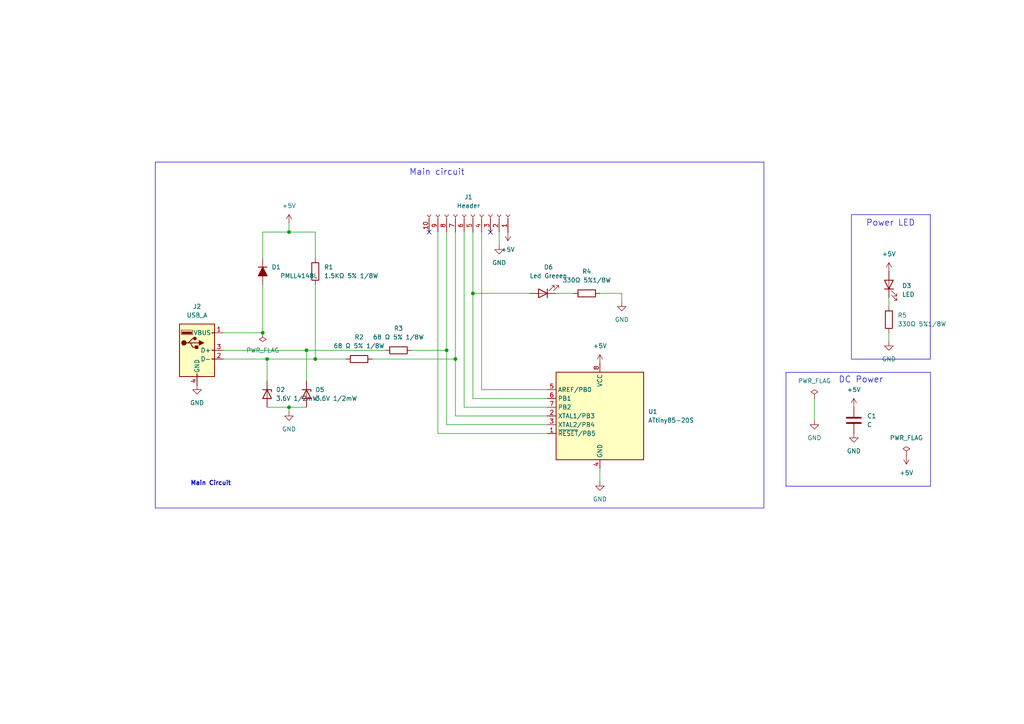
<source format=kicad_sch>
(kicad_sch
	(version 20250114)
	(generator "eeschema")
	(generator_version "9.0")
	(uuid "f2c20679-f28d-47ad-9191-2bfbde129570")
	(paper "A4")
	(title_block
		(date "2024-03-18")
		(rev "version Test2024")
		(company "UCC")
		(comment 1 "proyectoBase2024")
	)
	(lib_symbols
		(symbol "+5V_1"
			(power)
			(pin_names
				(offset 0)
			)
			(exclude_from_sim no)
			(in_bom yes)
			(on_board yes)
			(property "Reference" "#PWR"
				(at 0 -3.81 0)
				(effects
					(font
						(size 1.27 1.27)
					)
					(hide yes)
				)
			)
			(property "Value" "+5V_1"
				(at 0 3.556 0)
				(effects
					(font
						(size 1.27 1.27)
					)
				)
			)
			(property "Footprint" ""
				(at 0 0 0)
				(effects
					(font
						(size 1.27 1.27)
					)
					(hide yes)
				)
			)
			(property "Datasheet" ""
				(at 0 0 0)
				(effects
					(font
						(size 1.27 1.27)
					)
					(hide yes)
				)
			)
			(property "Description" "Power symbol creates a global label with name \"+5V\""
				(at 0 0 0)
				(effects
					(font
						(size 1.27 1.27)
					)
					(hide yes)
				)
			)
			(property "ki_keywords" "global power"
				(at 0 0 0)
				(effects
					(font
						(size 1.27 1.27)
					)
					(hide yes)
				)
			)
			(symbol "+5V_1_0_1"
				(polyline
					(pts
						(xy -0.762 1.27) (xy 0 2.54)
					)
					(stroke
						(width 0)
						(type default)
					)
					(fill
						(type none)
					)
				)
				(polyline
					(pts
						(xy 0 2.54) (xy 0.762 1.27)
					)
					(stroke
						(width 0)
						(type default)
					)
					(fill
						(type none)
					)
				)
				(polyline
					(pts
						(xy 0 0) (xy 0 2.54)
					)
					(stroke
						(width 0)
						(type default)
					)
					(fill
						(type none)
					)
				)
			)
			(symbol "+5V_1_1_1"
				(pin power_in line
					(at 0 0 90)
					(length 0)
					(hide yes)
					(name "+5V"
						(effects
							(font
								(size 1.27 1.27)
							)
						)
					)
					(number "1"
						(effects
							(font
								(size 1.27 1.27)
							)
						)
					)
				)
			)
			(embedded_fonts no)
		)
		(symbol "Connector:Conn_01x10_Socket"
			(pin_names
				(offset 1.016)
				(hide yes)
			)
			(exclude_from_sim no)
			(in_bom yes)
			(on_board yes)
			(property "Reference" "J"
				(at 0 12.7 0)
				(effects
					(font
						(size 1.27 1.27)
					)
				)
			)
			(property "Value" "Conn_01x10_Socket"
				(at 0 -15.24 0)
				(effects
					(font
						(size 1.27 1.27)
					)
				)
			)
			(property "Footprint" ""
				(at 0 0 0)
				(effects
					(font
						(size 1.27 1.27)
					)
					(hide yes)
				)
			)
			(property "Datasheet" "~"
				(at 0 0 0)
				(effects
					(font
						(size 1.27 1.27)
					)
					(hide yes)
				)
			)
			(property "Description" "Generic connector, single row, 01x10, script generated"
				(at 0 0 0)
				(effects
					(font
						(size 1.27 1.27)
					)
					(hide yes)
				)
			)
			(property "ki_locked" ""
				(at 0 0 0)
				(effects
					(font
						(size 1.27 1.27)
					)
				)
			)
			(property "ki_keywords" "connector"
				(at 0 0 0)
				(effects
					(font
						(size 1.27 1.27)
					)
					(hide yes)
				)
			)
			(property "ki_fp_filters" "Connector*:*_1x??_*"
				(at 0 0 0)
				(effects
					(font
						(size 1.27 1.27)
					)
					(hide yes)
				)
			)
			(symbol "Conn_01x10_Socket_1_1"
				(polyline
					(pts
						(xy -1.27 10.16) (xy -0.508 10.16)
					)
					(stroke
						(width 0.1524)
						(type default)
					)
					(fill
						(type none)
					)
				)
				(polyline
					(pts
						(xy -1.27 7.62) (xy -0.508 7.62)
					)
					(stroke
						(width 0.1524)
						(type default)
					)
					(fill
						(type none)
					)
				)
				(polyline
					(pts
						(xy -1.27 5.08) (xy -0.508 5.08)
					)
					(stroke
						(width 0.1524)
						(type default)
					)
					(fill
						(type none)
					)
				)
				(polyline
					(pts
						(xy -1.27 2.54) (xy -0.508 2.54)
					)
					(stroke
						(width 0.1524)
						(type default)
					)
					(fill
						(type none)
					)
				)
				(polyline
					(pts
						(xy -1.27 0) (xy -0.508 0)
					)
					(stroke
						(width 0.1524)
						(type default)
					)
					(fill
						(type none)
					)
				)
				(polyline
					(pts
						(xy -1.27 -2.54) (xy -0.508 -2.54)
					)
					(stroke
						(width 0.1524)
						(type default)
					)
					(fill
						(type none)
					)
				)
				(polyline
					(pts
						(xy -1.27 -5.08) (xy -0.508 -5.08)
					)
					(stroke
						(width 0.1524)
						(type default)
					)
					(fill
						(type none)
					)
				)
				(polyline
					(pts
						(xy -1.27 -7.62) (xy -0.508 -7.62)
					)
					(stroke
						(width 0.1524)
						(type default)
					)
					(fill
						(type none)
					)
				)
				(polyline
					(pts
						(xy -1.27 -10.16) (xy -0.508 -10.16)
					)
					(stroke
						(width 0.1524)
						(type default)
					)
					(fill
						(type none)
					)
				)
				(polyline
					(pts
						(xy -1.27 -12.7) (xy -0.508 -12.7)
					)
					(stroke
						(width 0.1524)
						(type default)
					)
					(fill
						(type none)
					)
				)
				(arc
					(start 0 9.652)
					(mid -0.5058 10.16)
					(end 0 10.668)
					(stroke
						(width 0.1524)
						(type default)
					)
					(fill
						(type none)
					)
				)
				(arc
					(start 0 7.112)
					(mid -0.5058 7.62)
					(end 0 8.128)
					(stroke
						(width 0.1524)
						(type default)
					)
					(fill
						(type none)
					)
				)
				(arc
					(start 0 4.572)
					(mid -0.5058 5.08)
					(end 0 5.588)
					(stroke
						(width 0.1524)
						(type default)
					)
					(fill
						(type none)
					)
				)
				(arc
					(start 0 2.032)
					(mid -0.5058 2.54)
					(end 0 3.048)
					(stroke
						(width 0.1524)
						(type default)
					)
					(fill
						(type none)
					)
				)
				(arc
					(start 0 -0.508)
					(mid -0.5058 0)
					(end 0 0.508)
					(stroke
						(width 0.1524)
						(type default)
					)
					(fill
						(type none)
					)
				)
				(arc
					(start 0 -3.048)
					(mid -0.5058 -2.54)
					(end 0 -2.032)
					(stroke
						(width 0.1524)
						(type default)
					)
					(fill
						(type none)
					)
				)
				(arc
					(start 0 -5.588)
					(mid -0.5058 -5.08)
					(end 0 -4.572)
					(stroke
						(width 0.1524)
						(type default)
					)
					(fill
						(type none)
					)
				)
				(arc
					(start 0 -8.128)
					(mid -0.5058 -7.62)
					(end 0 -7.112)
					(stroke
						(width 0.1524)
						(type default)
					)
					(fill
						(type none)
					)
				)
				(arc
					(start 0 -10.668)
					(mid -0.5058 -10.16)
					(end 0 -9.652)
					(stroke
						(width 0.1524)
						(type default)
					)
					(fill
						(type none)
					)
				)
				(arc
					(start 0 -13.208)
					(mid -0.5058 -12.7)
					(end 0 -12.192)
					(stroke
						(width 0.1524)
						(type default)
					)
					(fill
						(type none)
					)
				)
				(pin passive line
					(at -5.08 10.16 0)
					(length 3.81)
					(name "Pin_1"
						(effects
							(font
								(size 1.27 1.27)
							)
						)
					)
					(number "1"
						(effects
							(font
								(size 1.27 1.27)
							)
						)
					)
				)
				(pin passive line
					(at -5.08 7.62 0)
					(length 3.81)
					(name "Pin_2"
						(effects
							(font
								(size 1.27 1.27)
							)
						)
					)
					(number "2"
						(effects
							(font
								(size 1.27 1.27)
							)
						)
					)
				)
				(pin passive line
					(at -5.08 5.08 0)
					(length 3.81)
					(name "Pin_3"
						(effects
							(font
								(size 1.27 1.27)
							)
						)
					)
					(number "3"
						(effects
							(font
								(size 1.27 1.27)
							)
						)
					)
				)
				(pin passive line
					(at -5.08 2.54 0)
					(length 3.81)
					(name "Pin_4"
						(effects
							(font
								(size 1.27 1.27)
							)
						)
					)
					(number "4"
						(effects
							(font
								(size 1.27 1.27)
							)
						)
					)
				)
				(pin passive line
					(at -5.08 0 0)
					(length 3.81)
					(name "Pin_5"
						(effects
							(font
								(size 1.27 1.27)
							)
						)
					)
					(number "5"
						(effects
							(font
								(size 1.27 1.27)
							)
						)
					)
				)
				(pin passive line
					(at -5.08 -2.54 0)
					(length 3.81)
					(name "Pin_6"
						(effects
							(font
								(size 1.27 1.27)
							)
						)
					)
					(number "6"
						(effects
							(font
								(size 1.27 1.27)
							)
						)
					)
				)
				(pin passive line
					(at -5.08 -5.08 0)
					(length 3.81)
					(name "Pin_7"
						(effects
							(font
								(size 1.27 1.27)
							)
						)
					)
					(number "7"
						(effects
							(font
								(size 1.27 1.27)
							)
						)
					)
				)
				(pin passive line
					(at -5.08 -7.62 0)
					(length 3.81)
					(name "Pin_8"
						(effects
							(font
								(size 1.27 1.27)
							)
						)
					)
					(number "8"
						(effects
							(font
								(size 1.27 1.27)
							)
						)
					)
				)
				(pin passive line
					(at -5.08 -10.16 0)
					(length 3.81)
					(name "Pin_9"
						(effects
							(font
								(size 1.27 1.27)
							)
						)
					)
					(number "9"
						(effects
							(font
								(size 1.27 1.27)
							)
						)
					)
				)
				(pin passive line
					(at -5.08 -12.7 0)
					(length 3.81)
					(name "Pin_10"
						(effects
							(font
								(size 1.27 1.27)
							)
						)
					)
					(number "10"
						(effects
							(font
								(size 1.27 1.27)
							)
						)
					)
				)
			)
			(embedded_fonts no)
		)
		(symbol "Connector:USB_A"
			(pin_names
				(offset 1.016)
			)
			(exclude_from_sim no)
			(in_bom yes)
			(on_board yes)
			(property "Reference" "J2"
				(at 0 12.7 0)
				(effects
					(font
						(size 1.27 1.27)
					)
				)
			)
			(property "Value" "USB_A"
				(at 0 10.16 0)
				(effects
					(font
						(size 1.27 1.27)
					)
				)
			)
			(property "Footprint" ""
				(at 3.81 -1.27 0)
				(effects
					(font
						(size 1.27 1.27)
					)
					(hide yes)
				)
			)
			(property "Datasheet" "~"
				(at 3.81 -1.27 0)
				(effects
					(font
						(size 1.27 1.27)
					)
					(hide yes)
				)
			)
			(property "Description" "USB Type A connector"
				(at 0 0 0)
				(effects
					(font
						(size 1.27 1.27)
					)
					(hide yes)
				)
			)
			(property "ki_keywords" "connector USB"
				(at 0 0 0)
				(effects
					(font
						(size 1.27 1.27)
					)
					(hide yes)
				)
			)
			(property "ki_fp_filters" "USB*"
				(at 0 0 0)
				(effects
					(font
						(size 1.27 1.27)
					)
					(hide yes)
				)
			)
			(symbol "USB_A_0_1"
				(rectangle
					(start -5.08 -7.62)
					(end 5.08 7.62)
					(stroke
						(width 0.254)
						(type default)
					)
					(fill
						(type background)
					)
				)
				(circle
					(center -3.81 2.159)
					(radius 0.635)
					(stroke
						(width 0.254)
						(type default)
					)
					(fill
						(type outline)
					)
				)
				(polyline
					(pts
						(xy -3.175 2.159) (xy -2.54 2.159) (xy -1.27 3.429) (xy -0.635 3.429)
					)
					(stroke
						(width 0.254)
						(type default)
					)
					(fill
						(type none)
					)
				)
				(polyline
					(pts
						(xy -2.54 2.159) (xy -1.905 2.159) (xy -1.27 0.889) (xy 0 0.889)
					)
					(stroke
						(width 0.254)
						(type default)
					)
					(fill
						(type none)
					)
				)
				(rectangle
					(start -1.524 4.826)
					(end -4.318 5.334)
					(stroke
						(width 0)
						(type default)
					)
					(fill
						(type outline)
					)
				)
				(rectangle
					(start -1.27 4.572)
					(end -4.572 5.842)
					(stroke
						(width 0)
						(type default)
					)
					(fill
						(type none)
					)
				)
				(circle
					(center -0.635 3.429)
					(radius 0.381)
					(stroke
						(width 0.254)
						(type default)
					)
					(fill
						(type outline)
					)
				)
				(rectangle
					(start -0.127 -7.62)
					(end 0.127 -6.858)
					(stroke
						(width 0)
						(type default)
					)
					(fill
						(type none)
					)
				)
				(rectangle
					(start 0.254 1.27)
					(end -0.508 0.508)
					(stroke
						(width 0.254)
						(type default)
					)
					(fill
						(type outline)
					)
				)
				(polyline
					(pts
						(xy 0.635 2.794) (xy 0.635 1.524) (xy 1.905 2.159) (xy 0.635 2.794)
					)
					(stroke
						(width 0.254)
						(type default)
					)
					(fill
						(type outline)
					)
				)
				(rectangle
					(start 5.08 4.953)
					(end 4.318 5.207)
					(stroke
						(width 0)
						(type default)
					)
					(fill
						(type none)
					)
				)
				(rectangle
					(start 5.08 -0.127)
					(end 4.318 0.127)
					(stroke
						(width 0)
						(type default)
					)
					(fill
						(type none)
					)
				)
				(rectangle
					(start 5.08 -2.667)
					(end 4.318 -2.413)
					(stroke
						(width 0)
						(type default)
					)
					(fill
						(type none)
					)
				)
			)
			(symbol "USB_A_1_1"
				(polyline
					(pts
						(xy -1.905 2.159) (xy 0.635 2.159)
					)
					(stroke
						(width 0.254)
						(type default)
					)
					(fill
						(type none)
					)
				)
				(pin power_in line
					(at 0 -10.16 90)
					(length 2.54)
					(name "GND"
						(effects
							(font
								(size 1.27 1.27)
							)
						)
					)
					(number "4"
						(effects
							(font
								(size 1.27 1.27)
							)
						)
					)
				)
				(pin power_in line
					(at 7.62 5.08 180)
					(length 2.54)
					(name "VBUS"
						(effects
							(font
								(size 1.27 1.27)
							)
						)
					)
					(number "1"
						(effects
							(font
								(size 1.27 1.27)
							)
						)
					)
				)
				(pin bidirectional line
					(at 7.62 0 180)
					(length 2.54)
					(name "D+"
						(effects
							(font
								(size 1.27 1.27)
							)
						)
					)
					(number "3"
						(effects
							(font
								(size 1.27 1.27)
							)
						)
					)
				)
				(pin bidirectional line
					(at 7.62 -2.54 180)
					(length 2.54)
					(name "D-"
						(effects
							(font
								(size 1.27 1.27)
							)
						)
					)
					(number "2"
						(effects
							(font
								(size 1.27 1.27)
							)
						)
					)
				)
			)
			(embedded_fonts no)
		)
		(symbol "D_Filled_1"
			(pin_numbers
				(hide yes)
			)
			(pin_names
				(offset 1.016)
				(hide yes)
			)
			(exclude_from_sim no)
			(in_bom yes)
			(on_board yes)
			(property "Reference" "D"
				(at 0 2.54 0)
				(effects
					(font
						(size 1.27 1.27)
					)
				)
			)
			(property "Value" "D_Filled"
				(at 0 -2.54 0)
				(effects
					(font
						(size 1.27 1.27)
					)
				)
			)
			(property "Footprint" ""
				(at 0 0 0)
				(effects
					(font
						(size 1.27 1.27)
					)
					(hide yes)
				)
			)
			(property "Datasheet" "~"
				(at 0 0 0)
				(effects
					(font
						(size 1.27 1.27)
					)
					(hide yes)
				)
			)
			(property "Description" "Diode, filled shape"
				(at 0 0 0)
				(effects
					(font
						(size 1.27 1.27)
					)
					(hide yes)
				)
			)
			(property "Sim.Device" "D"
				(at 0 0 0)
				(effects
					(font
						(size 1.27 1.27)
					)
					(hide yes)
				)
			)
			(property "Sim.Pins" "1=K 2=A"
				(at 0 0 0)
				(effects
					(font
						(size 1.27 1.27)
					)
					(hide yes)
				)
			)
			(property "ki_keywords" "diode"
				(at 0 0 0)
				(effects
					(font
						(size 1.27 1.27)
					)
					(hide yes)
				)
			)
			(property "ki_fp_filters" "TO-???* *_Diode_* *SingleDiode* D_*"
				(at 0 0 0)
				(effects
					(font
						(size 1.27 1.27)
					)
					(hide yes)
				)
			)
			(symbol "D_Filled_1_0_1"
				(polyline
					(pts
						(xy -1.27 1.27) (xy -1.27 -1.27)
					)
					(stroke
						(width 0.254)
						(type default)
					)
					(fill
						(type none)
					)
				)
				(polyline
					(pts
						(xy 1.27 1.27) (xy 1.27 -1.27) (xy -1.27 0) (xy 1.27 1.27)
					)
					(stroke
						(width 0.254)
						(type default)
					)
					(fill
						(type outline)
					)
				)
				(polyline
					(pts
						(xy 1.27 0) (xy -1.27 0)
					)
					(stroke
						(width 0)
						(type default)
					)
					(fill
						(type none)
					)
				)
			)
			(symbol "D_Filled_1_1_1"
				(pin passive line
					(at -3.81 0 0)
					(length 2.54)
					(name "K"
						(effects
							(font
								(size 1.27 1.27)
							)
						)
					)
					(number "1"
						(effects
							(font
								(size 1.27 1.27)
							)
						)
					)
				)
				(pin passive line
					(at 3.81 0 180)
					(length 2.54)
					(name "A"
						(effects
							(font
								(size 1.27 1.27)
							)
						)
					)
					(number "2"
						(effects
							(font
								(size 1.27 1.27)
							)
						)
					)
				)
			)
			(embedded_fonts no)
		)
		(symbol "Device:C"
			(pin_numbers
				(hide yes)
			)
			(pin_names
				(offset 0.254)
			)
			(exclude_from_sim no)
			(in_bom yes)
			(on_board yes)
			(property "Reference" "C"
				(at 0.635 2.54 0)
				(effects
					(font
						(size 1.27 1.27)
					)
					(justify left)
				)
			)
			(property "Value" "C"
				(at 0.635 -2.54 0)
				(effects
					(font
						(size 1.27 1.27)
					)
					(justify left)
				)
			)
			(property "Footprint" ""
				(at 0.9652 -3.81 0)
				(effects
					(font
						(size 1.27 1.27)
					)
					(hide yes)
				)
			)
			(property "Datasheet" "~"
				(at 0 0 0)
				(effects
					(font
						(size 1.27 1.27)
					)
					(hide yes)
				)
			)
			(property "Description" "Unpolarized capacitor"
				(at 0 0 0)
				(effects
					(font
						(size 1.27 1.27)
					)
					(hide yes)
				)
			)
			(property "ki_keywords" "cap capacitor"
				(at 0 0 0)
				(effects
					(font
						(size 1.27 1.27)
					)
					(hide yes)
				)
			)
			(property "ki_fp_filters" "C_*"
				(at 0 0 0)
				(effects
					(font
						(size 1.27 1.27)
					)
					(hide yes)
				)
			)
			(symbol "C_0_1"
				(polyline
					(pts
						(xy -2.032 0.762) (xy 2.032 0.762)
					)
					(stroke
						(width 0.508)
						(type default)
					)
					(fill
						(type none)
					)
				)
				(polyline
					(pts
						(xy -2.032 -0.762) (xy 2.032 -0.762)
					)
					(stroke
						(width 0.508)
						(type default)
					)
					(fill
						(type none)
					)
				)
			)
			(symbol "C_1_1"
				(pin passive line
					(at 0 3.81 270)
					(length 2.794)
					(name "~"
						(effects
							(font
								(size 1.27 1.27)
							)
						)
					)
					(number "1"
						(effects
							(font
								(size 1.27 1.27)
							)
						)
					)
				)
				(pin passive line
					(at 0 -3.81 90)
					(length 2.794)
					(name "~"
						(effects
							(font
								(size 1.27 1.27)
							)
						)
					)
					(number "2"
						(effects
							(font
								(size 1.27 1.27)
							)
						)
					)
				)
			)
			(embedded_fonts no)
		)
		(symbol "Device:D_Zener"
			(pin_numbers
				(hide yes)
			)
			(pin_names
				(offset 1.016)
				(hide yes)
			)
			(exclude_from_sim no)
			(in_bom yes)
			(on_board yes)
			(property "Reference" "D"
				(at 0 2.54 0)
				(effects
					(font
						(size 1.27 1.27)
					)
				)
			)
			(property "Value" "D_Zener"
				(at 0 -2.54 0)
				(effects
					(font
						(size 1.27 1.27)
					)
				)
			)
			(property "Footprint" ""
				(at 0 0 0)
				(effects
					(font
						(size 1.27 1.27)
					)
					(hide yes)
				)
			)
			(property "Datasheet" "~"
				(at 0 0 0)
				(effects
					(font
						(size 1.27 1.27)
					)
					(hide yes)
				)
			)
			(property "Description" "Zener diode"
				(at 0 0 0)
				(effects
					(font
						(size 1.27 1.27)
					)
					(hide yes)
				)
			)
			(property "ki_keywords" "diode"
				(at 0 0 0)
				(effects
					(font
						(size 1.27 1.27)
					)
					(hide yes)
				)
			)
			(property "ki_fp_filters" "TO-???* *_Diode_* *SingleDiode* D_*"
				(at 0 0 0)
				(effects
					(font
						(size 1.27 1.27)
					)
					(hide yes)
				)
			)
			(symbol "D_Zener_0_1"
				(polyline
					(pts
						(xy -1.27 -1.27) (xy -1.27 1.27) (xy -0.762 1.27)
					)
					(stroke
						(width 0.254)
						(type default)
					)
					(fill
						(type none)
					)
				)
				(polyline
					(pts
						(xy 1.27 0) (xy -1.27 0)
					)
					(stroke
						(width 0)
						(type default)
					)
					(fill
						(type none)
					)
				)
				(polyline
					(pts
						(xy 1.27 -1.27) (xy 1.27 1.27) (xy -1.27 0) (xy 1.27 -1.27)
					)
					(stroke
						(width 0.254)
						(type default)
					)
					(fill
						(type none)
					)
				)
			)
			(symbol "D_Zener_1_1"
				(pin passive line
					(at -3.81 0 0)
					(length 2.54)
					(name "K"
						(effects
							(font
								(size 1.27 1.27)
							)
						)
					)
					(number "1"
						(effects
							(font
								(size 1.27 1.27)
							)
						)
					)
				)
				(pin passive line
					(at 3.81 0 180)
					(length 2.54)
					(name "A"
						(effects
							(font
								(size 1.27 1.27)
							)
						)
					)
					(number "2"
						(effects
							(font
								(size 1.27 1.27)
							)
						)
					)
				)
			)
			(embedded_fonts no)
		)
		(symbol "Device:LED"
			(pin_numbers
				(hide yes)
			)
			(pin_names
				(offset 1.016)
				(hide yes)
			)
			(exclude_from_sim no)
			(in_bom yes)
			(on_board yes)
			(property "Reference" "D"
				(at 0 2.54 0)
				(effects
					(font
						(size 1.27 1.27)
					)
				)
			)
			(property "Value" "LED"
				(at 0 -2.54 0)
				(effects
					(font
						(size 1.27 1.27)
					)
				)
			)
			(property "Footprint" ""
				(at 0 0 0)
				(effects
					(font
						(size 1.27 1.27)
					)
					(hide yes)
				)
			)
			(property "Datasheet" "~"
				(at 0 0 0)
				(effects
					(font
						(size 1.27 1.27)
					)
					(hide yes)
				)
			)
			(property "Description" "Light emitting diode"
				(at 0 0 0)
				(effects
					(font
						(size 1.27 1.27)
					)
					(hide yes)
				)
			)
			(property "ki_keywords" "LED diode"
				(at 0 0 0)
				(effects
					(font
						(size 1.27 1.27)
					)
					(hide yes)
				)
			)
			(property "ki_fp_filters" "LED* LED_SMD:* LED_THT:*"
				(at 0 0 0)
				(effects
					(font
						(size 1.27 1.27)
					)
					(hide yes)
				)
			)
			(symbol "LED_0_1"
				(polyline
					(pts
						(xy -3.048 -0.762) (xy -4.572 -2.286) (xy -3.81 -2.286) (xy -4.572 -2.286) (xy -4.572 -1.524)
					)
					(stroke
						(width 0)
						(type default)
					)
					(fill
						(type none)
					)
				)
				(polyline
					(pts
						(xy -1.778 -0.762) (xy -3.302 -2.286) (xy -2.54 -2.286) (xy -3.302 -2.286) (xy -3.302 -1.524)
					)
					(stroke
						(width 0)
						(type default)
					)
					(fill
						(type none)
					)
				)
				(polyline
					(pts
						(xy -1.27 0) (xy 1.27 0)
					)
					(stroke
						(width 0)
						(type default)
					)
					(fill
						(type none)
					)
				)
				(polyline
					(pts
						(xy -1.27 -1.27) (xy -1.27 1.27)
					)
					(stroke
						(width 0.254)
						(type default)
					)
					(fill
						(type none)
					)
				)
				(polyline
					(pts
						(xy 1.27 -1.27) (xy 1.27 1.27) (xy -1.27 0) (xy 1.27 -1.27)
					)
					(stroke
						(width 0.254)
						(type default)
					)
					(fill
						(type none)
					)
				)
			)
			(symbol "LED_1_1"
				(pin passive line
					(at -3.81 0 0)
					(length 2.54)
					(name "K"
						(effects
							(font
								(size 1.27 1.27)
							)
						)
					)
					(number "1"
						(effects
							(font
								(size 1.27 1.27)
							)
						)
					)
				)
				(pin passive line
					(at 3.81 0 180)
					(length 2.54)
					(name "A"
						(effects
							(font
								(size 1.27 1.27)
							)
						)
					)
					(number "2"
						(effects
							(font
								(size 1.27 1.27)
							)
						)
					)
				)
			)
			(embedded_fonts no)
		)
		(symbol "Device:R"
			(pin_numbers
				(hide yes)
			)
			(pin_names
				(offset 0)
			)
			(exclude_from_sim no)
			(in_bom yes)
			(on_board yes)
			(property "Reference" "R"
				(at 2.032 0 90)
				(effects
					(font
						(size 1.27 1.27)
					)
				)
			)
			(property "Value" "R"
				(at 0 0 90)
				(effects
					(font
						(size 1.27 1.27)
					)
				)
			)
			(property "Footprint" ""
				(at -1.778 0 90)
				(effects
					(font
						(size 1.27 1.27)
					)
					(hide yes)
				)
			)
			(property "Datasheet" "~"
				(at 0 0 0)
				(effects
					(font
						(size 1.27 1.27)
					)
					(hide yes)
				)
			)
			(property "Description" "Resistor"
				(at 0 0 0)
				(effects
					(font
						(size 1.27 1.27)
					)
					(hide yes)
				)
			)
			(property "ki_keywords" "R res resistor"
				(at 0 0 0)
				(effects
					(font
						(size 1.27 1.27)
					)
					(hide yes)
				)
			)
			(property "ki_fp_filters" "R_*"
				(at 0 0 0)
				(effects
					(font
						(size 1.27 1.27)
					)
					(hide yes)
				)
			)
			(symbol "R_0_1"
				(rectangle
					(start -1.016 -2.54)
					(end 1.016 2.54)
					(stroke
						(width 0.254)
						(type default)
					)
					(fill
						(type none)
					)
				)
			)
			(symbol "R_1_1"
				(pin passive line
					(at 0 3.81 270)
					(length 1.27)
					(name "~"
						(effects
							(font
								(size 1.27 1.27)
							)
						)
					)
					(number "1"
						(effects
							(font
								(size 1.27 1.27)
							)
						)
					)
				)
				(pin passive line
					(at 0 -3.81 90)
					(length 1.27)
					(name "~"
						(effects
							(font
								(size 1.27 1.27)
							)
						)
					)
					(number "2"
						(effects
							(font
								(size 1.27 1.27)
							)
						)
					)
				)
			)
			(embedded_fonts no)
		)
		(symbol "GND_1"
			(power)
			(pin_names
				(offset 0)
			)
			(exclude_from_sim no)
			(in_bom yes)
			(on_board yes)
			(property "Reference" "#PWR"
				(at 0 -6.35 0)
				(effects
					(font
						(size 1.27 1.27)
					)
					(hide yes)
				)
			)
			(property "Value" "GND_1"
				(at 0 -3.81 0)
				(effects
					(font
						(size 1.27 1.27)
					)
				)
			)
			(property "Footprint" ""
				(at 0 0 0)
				(effects
					(font
						(size 1.27 1.27)
					)
					(hide yes)
				)
			)
			(property "Datasheet" ""
				(at 0 0 0)
				(effects
					(font
						(size 1.27 1.27)
					)
					(hide yes)
				)
			)
			(property "Description" "Power symbol creates a global label with name \"GND\" , ground"
				(at 0 0 0)
				(effects
					(font
						(size 1.27 1.27)
					)
					(hide yes)
				)
			)
			(property "ki_keywords" "global power"
				(at 0 0 0)
				(effects
					(font
						(size 1.27 1.27)
					)
					(hide yes)
				)
			)
			(symbol "GND_1_0_1"
				(polyline
					(pts
						(xy 0 0) (xy 0 -1.27) (xy 1.27 -1.27) (xy 0 -2.54) (xy -1.27 -1.27) (xy 0 -1.27)
					)
					(stroke
						(width 0)
						(type default)
					)
					(fill
						(type none)
					)
				)
			)
			(symbol "GND_1_1_1"
				(pin power_in line
					(at 0 0 270)
					(length 0)
					(hide yes)
					(name "GND"
						(effects
							(font
								(size 1.27 1.27)
							)
						)
					)
					(number "1"
						(effects
							(font
								(size 1.27 1.27)
							)
						)
					)
				)
			)
			(embedded_fonts no)
		)
		(symbol "MCU_Microchip_ATtiny:ATtiny85-20S"
			(exclude_from_sim no)
			(in_bom yes)
			(on_board yes)
			(property "Reference" "U"
				(at -12.7 13.97 0)
				(effects
					(font
						(size 1.27 1.27)
					)
					(justify left bottom)
				)
			)
			(property "Value" "ATtiny85-20S"
				(at 2.54 -13.97 0)
				(effects
					(font
						(size 1.27 1.27)
					)
					(justify left top)
				)
			)
			(property "Footprint" "Package_SO:SOIC-8W_5.3x5.3mm_P1.27mm"
				(at 0 0 0)
				(effects
					(font
						(size 1.27 1.27)
						(italic yes)
					)
					(hide yes)
				)
			)
			(property "Datasheet" "http://ww1.microchip.com/downloads/en/DeviceDoc/atmel-2586-avr-8-bit-microcontroller-attiny25-attiny45-attiny85_datasheet.pdf"
				(at 0 0 0)
				(effects
					(font
						(size 1.27 1.27)
					)
					(hide yes)
				)
			)
			(property "Description" "20MHz, 8kB Flash, 512B SRAM, 512B EEPROM, debugWIRE, SOIC-8W"
				(at 0 0 0)
				(effects
					(font
						(size 1.27 1.27)
					)
					(hide yes)
				)
			)
			(property "ki_keywords" "AVR 8bit Microcontroller tinyAVR"
				(at 0 0 0)
				(effects
					(font
						(size 1.27 1.27)
					)
					(hide yes)
				)
			)
			(property "ki_fp_filters" "SOIC*5.3x5.3mm*P1.27mm*"
				(at 0 0 0)
				(effects
					(font
						(size 1.27 1.27)
					)
					(hide yes)
				)
			)
			(symbol "ATtiny85-20S_0_1"
				(rectangle
					(start -12.7 -12.7)
					(end 12.7 12.7)
					(stroke
						(width 0.254)
						(type default)
					)
					(fill
						(type background)
					)
				)
			)
			(symbol "ATtiny85-20S_1_1"
				(pin power_in line
					(at 0 15.24 270)
					(length 2.54)
					(name "VCC"
						(effects
							(font
								(size 1.27 1.27)
							)
						)
					)
					(number "8"
						(effects
							(font
								(size 1.27 1.27)
							)
						)
					)
				)
				(pin power_in line
					(at 0 -15.24 90)
					(length 2.54)
					(name "GND"
						(effects
							(font
								(size 1.27 1.27)
							)
						)
					)
					(number "4"
						(effects
							(font
								(size 1.27 1.27)
							)
						)
					)
				)
				(pin bidirectional line
					(at 15.24 7.62 180)
					(length 2.54)
					(name "AREF/PB0"
						(effects
							(font
								(size 1.27 1.27)
							)
						)
					)
					(number "5"
						(effects
							(font
								(size 1.27 1.27)
							)
						)
					)
				)
				(pin bidirectional line
					(at 15.24 5.08 180)
					(length 2.54)
					(name "PB1"
						(effects
							(font
								(size 1.27 1.27)
							)
						)
					)
					(number "6"
						(effects
							(font
								(size 1.27 1.27)
							)
						)
					)
				)
				(pin bidirectional line
					(at 15.24 2.54 180)
					(length 2.54)
					(name "PB2"
						(effects
							(font
								(size 1.27 1.27)
							)
						)
					)
					(number "7"
						(effects
							(font
								(size 1.27 1.27)
							)
						)
					)
				)
				(pin bidirectional line
					(at 15.24 0 180)
					(length 2.54)
					(name "XTAL1/PB3"
						(effects
							(font
								(size 1.27 1.27)
							)
						)
					)
					(number "2"
						(effects
							(font
								(size 1.27 1.27)
							)
						)
					)
				)
				(pin bidirectional line
					(at 15.24 -2.54 180)
					(length 2.54)
					(name "XTAL2/PB4"
						(effects
							(font
								(size 1.27 1.27)
							)
						)
					)
					(number "3"
						(effects
							(font
								(size 1.27 1.27)
							)
						)
					)
				)
				(pin bidirectional line
					(at 15.24 -5.08 180)
					(length 2.54)
					(name "~{RESET}/PB5"
						(effects
							(font
								(size 1.27 1.27)
							)
						)
					)
					(number "1"
						(effects
							(font
								(size 1.27 1.27)
							)
						)
					)
				)
			)
			(embedded_fonts no)
		)
		(symbol "power:GND"
			(power)
			(pin_numbers
				(hide yes)
			)
			(pin_names
				(offset 0)
				(hide yes)
			)
			(exclude_from_sim no)
			(in_bom yes)
			(on_board yes)
			(property "Reference" "#PWR"
				(at 0 -6.35 0)
				(effects
					(font
						(size 1.27 1.27)
					)
					(hide yes)
				)
			)
			(property "Value" "GND"
				(at 0 -3.81 0)
				(effects
					(font
						(size 1.27 1.27)
					)
				)
			)
			(property "Footprint" ""
				(at 0 0 0)
				(effects
					(font
						(size 1.27 1.27)
					)
					(hide yes)
				)
			)
			(property "Datasheet" ""
				(at 0 0 0)
				(effects
					(font
						(size 1.27 1.27)
					)
					(hide yes)
				)
			)
			(property "Description" "Power symbol creates a global label with name \"GND\" , ground"
				(at 0 0 0)
				(effects
					(font
						(size 1.27 1.27)
					)
					(hide yes)
				)
			)
			(property "ki_keywords" "global power"
				(at 0 0 0)
				(effects
					(font
						(size 1.27 1.27)
					)
					(hide yes)
				)
			)
			(symbol "GND_0_1"
				(polyline
					(pts
						(xy 0 0) (xy 0 -1.27) (xy 1.27 -1.27) (xy 0 -2.54) (xy -1.27 -1.27) (xy 0 -1.27)
					)
					(stroke
						(width 0)
						(type default)
					)
					(fill
						(type none)
					)
				)
			)
			(symbol "GND_1_1"
				(pin power_in line
					(at 0 0 270)
					(length 0)
					(name "~"
						(effects
							(font
								(size 1.27 1.27)
							)
						)
					)
					(number "1"
						(effects
							(font
								(size 1.27 1.27)
							)
						)
					)
				)
			)
			(embedded_fonts no)
		)
		(symbol "power:LINE"
			(power)
			(pin_numbers
				(hide yes)
			)
			(pin_names
				(offset 0)
				(hide yes)
			)
			(exclude_from_sim no)
			(in_bom yes)
			(on_board yes)
			(property "Reference" "#PWR"
				(at 0 -3.81 0)
				(effects
					(font
						(size 1.27 1.27)
					)
					(hide yes)
				)
			)
			(property "Value" "LINE"
				(at 0 3.556 0)
				(effects
					(font
						(size 1.27 1.27)
					)
				)
			)
			(property "Footprint" ""
				(at 0 0 0)
				(effects
					(font
						(size 1.27 1.27)
					)
					(hide yes)
				)
			)
			(property "Datasheet" ""
				(at 0 0 0)
				(effects
					(font
						(size 1.27 1.27)
					)
					(hide yes)
				)
			)
			(property "Description" "Power symbol creates a global label with name \"LINE\""
				(at 0 0 0)
				(effects
					(font
						(size 1.27 1.27)
					)
					(hide yes)
				)
			)
			(property "ki_keywords" "global power"
				(at 0 0 0)
				(effects
					(font
						(size 1.27 1.27)
					)
					(hide yes)
				)
			)
			(symbol "LINE_0_1"
				(polyline
					(pts
						(xy -0.762 1.27) (xy 0 2.54)
					)
					(stroke
						(width 0)
						(type default)
					)
					(fill
						(type none)
					)
				)
				(polyline
					(pts
						(xy 0 2.54) (xy 0.762 1.27)
					)
					(stroke
						(width 0)
						(type default)
					)
					(fill
						(type none)
					)
				)
				(polyline
					(pts
						(xy 0 0) (xy 0 2.54)
					)
					(stroke
						(width 0)
						(type default)
					)
					(fill
						(type none)
					)
				)
			)
			(symbol "LINE_1_1"
				(pin power_in line
					(at 0 0 90)
					(length 0)
					(name "~"
						(effects
							(font
								(size 1.27 1.27)
							)
						)
					)
					(number "1"
						(effects
							(font
								(size 1.27 1.27)
							)
						)
					)
				)
			)
			(embedded_fonts no)
		)
		(symbol "power:PWR_FLAG"
			(power)
			(pin_numbers
				(hide yes)
			)
			(pin_names
				(offset 0)
				(hide yes)
			)
			(exclude_from_sim no)
			(in_bom yes)
			(on_board yes)
			(property "Reference" "#FLG"
				(at 0 1.905 0)
				(effects
					(font
						(size 1.27 1.27)
					)
					(hide yes)
				)
			)
			(property "Value" "PWR_FLAG"
				(at 0 3.81 0)
				(effects
					(font
						(size 1.27 1.27)
					)
				)
			)
			(property "Footprint" ""
				(at 0 0 0)
				(effects
					(font
						(size 1.27 1.27)
					)
					(hide yes)
				)
			)
			(property "Datasheet" "~"
				(at 0 0 0)
				(effects
					(font
						(size 1.27 1.27)
					)
					(hide yes)
				)
			)
			(property "Description" "Special symbol for telling ERC where power comes from"
				(at 0 0 0)
				(effects
					(font
						(size 1.27 1.27)
					)
					(hide yes)
				)
			)
			(property "ki_keywords" "flag power"
				(at 0 0 0)
				(effects
					(font
						(size 1.27 1.27)
					)
					(hide yes)
				)
			)
			(symbol "PWR_FLAG_0_0"
				(pin power_out line
					(at 0 0 90)
					(length 0)
					(name "~"
						(effects
							(font
								(size 1.27 1.27)
							)
						)
					)
					(number "1"
						(effects
							(font
								(size 1.27 1.27)
							)
						)
					)
				)
			)
			(symbol "PWR_FLAG_0_1"
				(polyline
					(pts
						(xy 0 0) (xy 0 1.27) (xy -1.016 1.905) (xy 0 2.54) (xy 1.016 1.905) (xy 0 1.27)
					)
					(stroke
						(width 0)
						(type default)
					)
					(fill
						(type none)
					)
				)
			)
			(embedded_fonts no)
		)
	)
	(text "DC Power"
		(exclude_from_sim no)
		(at 249.682 110.236 0)
		(effects
			(font
				(size 1.778 1.778)
			)
		)
		(uuid "0de60653-755c-4ca3-b43a-fedf229b258c")
	)
	(text "Main circuit\n"
		(exclude_from_sim no)
		(at 126.746 50.038 0)
		(effects
			(font
				(size 1.778 1.778)
			)
		)
		(uuid "164af9de-f2ba-40b9-b659-09a360c762dd")
	)
	(text "Main Circuit"
		(exclude_from_sim no)
		(at 55.1942 140.9954 0)
		(effects
			(font
				(size 1.27 1.27)
				(thickness 0.254)
				(bold yes)
			)
			(justify left bottom)
		)
		(uuid "39ea4496-1b44-485f-ab4a-73accbcc9f99")
	)
	(text "Power LED"
		(exclude_from_sim no)
		(at 258.318 64.77 0)
		(effects
			(font
				(size 1.778 1.778)
			)
		)
		(uuid "98b9fb3e-869c-41f3-8a17-ad53396eedb9")
	)
	(junction
		(at 77.47 104.14)
		(diameter 0)
		(color 0 0 0 0)
		(uuid "08975720-fe90-4545-a9fa-a08b74487f44")
	)
	(junction
		(at 88.9 101.6)
		(diameter 0)
		(color 0 0 0 0)
		(uuid "1d7b0a3d-f1b3-485e-b318-489b36a6448d")
	)
	(junction
		(at 91.44 104.14)
		(diameter 0)
		(color 0 0 0 0)
		(uuid "43134560-9b4b-4f38-b129-fe77d8ff73e7")
	)
	(junction
		(at 83.82 67.31)
		(diameter 0)
		(color 0 0 0 0)
		(uuid "45e23898-725d-4312-9589-842bbc39b85b")
	)
	(junction
		(at 76.2 96.52)
		(diameter 0)
		(color 0 0 0 0)
		(uuid "4dddd3a6-4ae2-46cf-8283-766a832f7584")
	)
	(junction
		(at 132.08 104.14)
		(diameter 0)
		(color 0 0 0 0)
		(uuid "51291f9f-f735-4b5c-9965-946faaf92a2f")
	)
	(junction
		(at 129.54 101.6)
		(diameter 0)
		(color 0 0 0 0)
		(uuid "656937e7-e896-4aef-b6b5-4c77d3e81ab2")
	)
	(junction
		(at 83.82 118.11)
		(diameter 0)
		(color 0 0 0 0)
		(uuid "a49a0134-0dad-48dc-ba77-56c9eefe009c")
	)
	(junction
		(at 137.16 85.09)
		(diameter 0)
		(color 0 0 0 0)
		(uuid "be8115ac-5bfd-4e58-b1ff-ce276de9c65e")
	)
	(no_connect
		(at 124.46 67.31)
		(uuid "888bd42e-7537-43cc-bdd3-6ef17132b2c7")
	)
	(no_connect
		(at 142.24 67.31)
		(uuid "e3c60b32-053f-410c-9005-c7df7111ea70")
	)
	(wire
		(pts
			(xy 119.38 101.6) (xy 129.54 101.6)
		)
		(stroke
			(width 0)
			(type default)
		)
		(uuid "00c5d8e7-8842-462b-b105-aed92601e77c")
	)
	(wire
		(pts
			(xy 137.16 115.57) (xy 158.75 115.57)
		)
		(stroke
			(width 0)
			(type default)
		)
		(uuid "09276149-1c8b-43c1-9f5c-b44f212c822e")
	)
	(wire
		(pts
			(xy 132.08 67.31) (xy 132.08 104.14)
		)
		(stroke
			(width 0)
			(type default)
		)
		(uuid "0e75685c-6a46-48a9-8aed-1033d61afc49")
	)
	(polyline
		(pts
			(xy 45.0342 147.3454) (xy 45.0342 47.0154)
		)
		(stroke
			(width 0)
			(type default)
		)
		(uuid "12c67071-fe67-4f47-a0ca-3ef1ab2bc966")
	)
	(polyline
		(pts
			(xy 221.5642 47.0154) (xy 221.5642 147.3454)
		)
		(stroke
			(width 0)
			(type default)
		)
		(uuid "1f5f82f7-3c3e-40e2-9a00-ce83a042d5ac")
	)
	(wire
		(pts
			(xy 137.16 85.09) (xy 137.16 115.57)
		)
		(stroke
			(width 0)
			(type default)
		)
		(uuid "1f96b53b-4517-41b9-88ea-b0c87ab08d83")
	)
	(wire
		(pts
			(xy 161.29 85.09) (xy 166.37 85.09)
		)
		(stroke
			(width 0)
			(type default)
		)
		(uuid "2273b536-2bc4-4998-a00e-3b511e58d415")
	)
	(wire
		(pts
			(xy 91.44 104.14) (xy 100.33 104.14)
		)
		(stroke
			(width 0)
			(type default)
		)
		(uuid "2b73870b-2343-432c-b9d3-07e0ced5b7fa")
	)
	(wire
		(pts
			(xy 129.54 67.31) (xy 129.54 101.6)
		)
		(stroke
			(width 0)
			(type default)
		)
		(uuid "2bf645e3-d414-4617-943a-93cac91b07c8")
	)
	(wire
		(pts
			(xy 134.62 118.11) (xy 158.75 118.11)
		)
		(stroke
			(width 0)
			(type default)
		)
		(uuid "2da9bef9-8c2b-41ce-aa36-61c1ada9144a")
	)
	(wire
		(pts
			(xy 77.47 104.14) (xy 91.44 104.14)
		)
		(stroke
			(width 0)
			(type default)
		)
		(uuid "2f690880-62d7-4e0f-aa74-c4d667f02bb3")
	)
	(wire
		(pts
			(xy 173.99 85.09) (xy 180.34 85.09)
		)
		(stroke
			(width 0)
			(type default)
		)
		(uuid "311638f3-b1f9-432a-abd3-5fe0024f1760")
	)
	(wire
		(pts
			(xy 236.22 115.57) (xy 236.22 121.92)
		)
		(stroke
			(width 0)
			(type default)
		)
		(uuid "3b76c842-9394-455c-be69-c2be76be193f")
	)
	(wire
		(pts
			(xy 83.82 64.77) (xy 83.82 67.31)
		)
		(stroke
			(width 0)
			(type default)
		)
		(uuid "410248ad-2904-4812-8d85-850535af93ee")
	)
	(wire
		(pts
			(xy 127 125.73) (xy 158.75 125.73)
		)
		(stroke
			(width 0)
			(type default)
		)
		(uuid "445f64c6-c39a-4fa7-85a0-eecbb51b7e8e")
	)
	(wire
		(pts
			(xy 132.08 104.14) (xy 132.08 120.65)
		)
		(stroke
			(width 0)
			(type default)
		)
		(uuid "49f8377c-c140-43b2-b60e-8eac9b883b01")
	)
	(wire
		(pts
			(xy 144.78 71.12) (xy 144.78 67.31)
		)
		(stroke
			(width 0)
			(type default)
		)
		(uuid "4a63e698-78f9-40a4-9738-d12d0d41f047")
	)
	(wire
		(pts
			(xy 76.2 67.31) (xy 76.2 74.93)
		)
		(stroke
			(width 0)
			(type default)
		)
		(uuid "4c2df597-1210-449c-9045-650fb6953e19")
	)
	(polyline
		(pts
			(xy 269.8242 62.2554) (xy 269.8242 104.1654)
		)
		(stroke
			(width 0)
			(type default)
		)
		(uuid "4eb3e81b-c3fe-4e85-853e-9ce32520e02d")
	)
	(wire
		(pts
			(xy 257.81 86.36) (xy 257.81 88.9)
		)
		(stroke
			(width 0)
			(type default)
		)
		(uuid "58c709cd-3ada-45ba-b44e-1dac4ad9043c")
	)
	(wire
		(pts
			(xy 129.54 123.19) (xy 158.75 123.19)
		)
		(stroke
			(width 0)
			(type default)
		)
		(uuid "627bae0c-9ced-416b-a311-05c26ea39ca1")
	)
	(polyline
		(pts
			(xy 227.965 108.0008) (xy 269.875 108.0008)
		)
		(stroke
			(width 0)
			(type default)
		)
		(uuid "654c2277-b153-442b-b460-0cc1001e1bfe")
	)
	(wire
		(pts
			(xy 83.82 118.11) (xy 88.9 118.11)
		)
		(stroke
			(width 0)
			(type default)
		)
		(uuid "65e6eed8-8154-4a3d-b176-fcc196c2d101")
	)
	(wire
		(pts
			(xy 91.44 74.93) (xy 91.44 67.31)
		)
		(stroke
			(width 0)
			(type default)
		)
		(uuid "665d1084-3d66-40eb-90e9-0b52b7697f60")
	)
	(wire
		(pts
			(xy 77.47 104.14) (xy 77.47 110.49)
		)
		(stroke
			(width 0)
			(type default)
		)
		(uuid "68b555a0-69a5-4b5e-96fd-6b73f167a15e")
	)
	(wire
		(pts
			(xy 139.7 113.03) (xy 158.75 113.03)
		)
		(stroke
			(width 0)
			(type default)
		)
		(uuid "6bd9db44-0d72-491a-a4e6-af523a83766b")
	)
	(wire
		(pts
			(xy 64.77 104.14) (xy 77.47 104.14)
		)
		(stroke
			(width 0)
			(type default)
		)
		(uuid "6f501b40-bccd-42bb-8efe-9bad298d2fea")
	)
	(wire
		(pts
			(xy 64.77 101.6) (xy 88.9 101.6)
		)
		(stroke
			(width 0)
			(type default)
		)
		(uuid "737d1f62-15c8-41ac-8bca-590ad9f3cd7d")
	)
	(polyline
		(pts
			(xy 269.8242 104.1654) (xy 246.9642 104.1654)
		)
		(stroke
			(width 0)
			(type default)
		)
		(uuid "73b21d52-5af1-4324-ac82-7fc4e93bc07a")
	)
	(wire
		(pts
			(xy 107.95 104.14) (xy 132.08 104.14)
		)
		(stroke
			(width 0)
			(type default)
		)
		(uuid "788a0b26-ec23-483e-8d04-b4c602a6eac0")
	)
	(wire
		(pts
			(xy 127 67.31) (xy 127 125.73)
		)
		(stroke
			(width 0)
			(type default)
		)
		(uuid "7a012167-7226-414c-b1be-115716acda70")
	)
	(polyline
		(pts
			(xy 227.965 141.0208) (xy 227.965 108.0008)
		)
		(stroke
			(width 0)
			(type default)
		)
		(uuid "7b5ddeea-8245-4000-8222-3f545ae9a1f4")
	)
	(polyline
		(pts
			(xy 221.5642 147.3454) (xy 45.0342 147.3454)
		)
		(stroke
			(width 0)
			(type default)
		)
		(uuid "7ebb2a4f-8cb5-40c6-9206-e43704b68921")
	)
	(wire
		(pts
			(xy 77.47 118.11) (xy 83.82 118.11)
		)
		(stroke
			(width 0)
			(type default)
		)
		(uuid "85ac6b3b-5b6a-4daa-a5ee-f480ebdbd43b")
	)
	(wire
		(pts
			(xy 137.16 85.09) (xy 153.67 85.09)
		)
		(stroke
			(width 0)
			(type default)
		)
		(uuid "860cdd60-5e4b-4495-8b0e-f6efc3810ea8")
	)
	(wire
		(pts
			(xy 91.44 67.31) (xy 83.82 67.31)
		)
		(stroke
			(width 0)
			(type default)
		)
		(uuid "8de918df-97f3-401f-978b-270bad6ea405")
	)
	(wire
		(pts
			(xy 83.82 118.11) (xy 83.82 119.38)
		)
		(stroke
			(width 0)
			(type default)
		)
		(uuid "8fc4e7fa-9751-4e7a-b064-f1245bd9abb3")
	)
	(wire
		(pts
			(xy 76.2 96.52) (xy 76.2 82.55)
		)
		(stroke
			(width 0)
			(type default)
		)
		(uuid "9b9c3c69-53a3-4cd8-a92a-960f01714236")
	)
	(wire
		(pts
			(xy 137.16 67.31) (xy 137.16 85.09)
		)
		(stroke
			(width 0)
			(type default)
		)
		(uuid "a539ade4-076f-424e-bf61-bf618c53f51e")
	)
	(wire
		(pts
			(xy 83.82 67.31) (xy 76.2 67.31)
		)
		(stroke
			(width 0)
			(type default)
		)
		(uuid "b11c46b5-30da-4c8b-87c3-78881e57a632")
	)
	(wire
		(pts
			(xy 139.7 67.31) (xy 139.7 113.03)
		)
		(stroke
			(width 0)
			(type default)
		)
		(uuid "bd4f8288-f131-4626-9301-9091d179a78e")
	)
	(wire
		(pts
			(xy 173.99 135.89) (xy 173.99 139.7)
		)
		(stroke
			(width 0)
			(type default)
		)
		(uuid "beb7dd0c-92d0-4a10-8d63-cd913e253a3f")
	)
	(wire
		(pts
			(xy 88.9 101.6) (xy 111.76 101.6)
		)
		(stroke
			(width 0)
			(type default)
		)
		(uuid "c1d783ac-bb05-461b-a1c3-93c421a8f91e")
	)
	(polyline
		(pts
			(xy 246.9642 104.1654) (xy 246.9642 62.2554)
		)
		(stroke
			(width 0)
			(type default)
		)
		(uuid "c289a2e8-800f-459f-8e02-e4181254dd67")
	)
	(polyline
		(pts
			(xy 246.9642 62.2554) (xy 269.8242 62.2554)
		)
		(stroke
			(width 0)
			(type default)
		)
		(uuid "c5196035-626d-4878-af78-a964605d27be")
	)
	(wire
		(pts
			(xy 134.62 67.31) (xy 134.62 118.11)
		)
		(stroke
			(width 0)
			(type default)
		)
		(uuid "c59b5f07-8279-49f7-9a67-1afe17c33189")
	)
	(wire
		(pts
			(xy 64.77 96.52) (xy 76.2 96.52)
		)
		(stroke
			(width 0)
			(type default)
		)
		(uuid "cc21809f-98d0-4301-b492-be5011818bfb")
	)
	(wire
		(pts
			(xy 132.08 120.65) (xy 158.75 120.65)
		)
		(stroke
			(width 0)
			(type default)
		)
		(uuid "ce382977-6c62-4f35-924c-e0ec59479896")
	)
	(wire
		(pts
			(xy 180.34 85.09) (xy 180.34 87.63)
		)
		(stroke
			(width 0)
			(type default)
		)
		(uuid "cf9c7eaa-98aa-4541-af5b-70febddb29e5")
	)
	(wire
		(pts
			(xy 257.81 96.52) (xy 257.81 99.06)
		)
		(stroke
			(width 0)
			(type default)
		)
		(uuid "d0a945e7-bf6d-4deb-9c46-a768d3fce484")
	)
	(wire
		(pts
			(xy 91.44 82.55) (xy 91.44 104.14)
		)
		(stroke
			(width 0)
			(type default)
		)
		(uuid "ddab5cd6-0f36-4e57-b190-4f7350dd16c5")
	)
	(wire
		(pts
			(xy 88.9 101.6) (xy 88.9 110.49)
		)
		(stroke
			(width 0)
			(type default)
		)
		(uuid "e48ac59e-8c88-4756-901d-9a8ef7baadd1")
	)
	(polyline
		(pts
			(xy 269.875 108.0008) (xy 269.875 141.0208)
		)
		(stroke
			(width 0)
			(type default)
		)
		(uuid "eaa8bceb-f274-422b-90fd-fe4877b72009")
	)
	(polyline
		(pts
			(xy 45.0342 47.0154) (xy 221.5642 47.0154)
		)
		(stroke
			(width 0)
			(type default)
		)
		(uuid "ed367599-b43c-449a-9a14-78d4b79558be")
	)
	(polyline
		(pts
			(xy 269.875 141.0208) (xy 227.965 141.0208)
		)
		(stroke
			(width 0)
			(type default)
		)
		(uuid "f518fdf6-0ceb-48a0-bbc6-ad5fd27a602e")
	)
	(wire
		(pts
			(xy 129.54 101.6) (xy 129.54 123.19)
		)
		(stroke
			(width 0)
			(type default)
		)
		(uuid "f9a2280d-4b55-40ae-aa39-b3e016dc8525")
	)
	(symbol
		(lib_id "power:LINE")
		(at 262.89 132.08 180)
		(unit 1)
		(exclude_from_sim no)
		(in_bom yes)
		(on_board yes)
		(dnp no)
		(fields_autoplaced yes)
		(uuid "07f87ea6-1c0a-4937-a788-bdc918e5a746")
		(property "Reference" "#PWR011"
			(at 262.89 128.27 0)
			(effects
				(font
					(size 1.27 1.27)
				)
				(hide yes)
			)
		)
		(property "Value" "+5V"
			(at 262.89 137.16 0)
			(effects
				(font
					(size 1.27 1.27)
				)
			)
		)
		(property "Footprint" ""
			(at 262.89 132.08 0)
			(effects
				(font
					(size 1.27 1.27)
				)
				(hide yes)
			)
		)
		(property "Datasheet" ""
			(at 262.89 132.08 0)
			(effects
				(font
					(size 1.27 1.27)
				)
				(hide yes)
			)
		)
		(property "Description" "Power symbol creates a global label with name \"LINE\""
			(at 262.89 132.08 0)
			(effects
				(font
					(size 1.27 1.27)
				)
				(hide yes)
			)
		)
		(pin "1"
			(uuid "c2dfc79e-e7f6-4228-acd2-3647a72cc61e")
		)
		(instances
			(project "UccMicroDuino"
				(path "/f2c20679-f28d-47ad-9191-2bfbde129570"
					(reference "#PWR011")
					(unit 1)
				)
			)
		)
	)
	(symbol
		(lib_id "Device:LED")
		(at 257.81 82.55 90)
		(unit 1)
		(exclude_from_sim no)
		(in_bom yes)
		(on_board yes)
		(dnp no)
		(fields_autoplaced yes)
		(uuid "10997108-4d28-41d5-89fd-26fd3e77510d")
		(property "Reference" "D3"
			(at 261.62 82.8674 90)
			(effects
				(font
					(size 1.27 1.27)
				)
				(justify right)
			)
		)
		(property "Value" "LED"
			(at 261.62 85.4074 90)
			(effects
				(font
					(size 1.27 1.27)
				)
				(justify right)
			)
		)
		(property "Footprint" "ledSmd:ledSMD"
			(at 257.81 82.55 0)
			(effects
				(font
					(size 1.27 1.27)
				)
				(hide yes)
			)
		)
		(property "Datasheet" "~"
			(at 257.81 82.55 0)
			(effects
				(font
					(size 1.27 1.27)
				)
				(hide yes)
			)
		)
		(property "Description" ""
			(at 257.81 82.55 0)
			(effects
				(font
					(size 1.27 1.27)
				)
				(hide yes)
			)
		)
		(pin "1"
			(uuid "5fdbb483-66f9-4384-8395-149ad1d2495b")
		)
		(pin "2"
			(uuid "d69da8c4-b4ec-4af5-a00c-745dacc97d94")
		)
		(instances
			(project "UccMicroDuino"
				(path "/f2c20679-f28d-47ad-9191-2bfbde129570"
					(reference "D3")
					(unit 1)
				)
			)
		)
	)
	(symbol
		(lib_id "power:GND")
		(at 173.99 139.7 0)
		(unit 1)
		(exclude_from_sim no)
		(in_bom yes)
		(on_board yes)
		(dnp no)
		(fields_autoplaced yes)
		(uuid "10c2c6b9-e59f-4d2d-8897-3859242a0ff0")
		(property "Reference" "#PWR07"
			(at 173.99 146.05 0)
			(effects
				(font
					(size 1.27 1.27)
				)
				(hide yes)
			)
		)
		(property "Value" "GND"
			(at 173.99 144.78 0)
			(effects
				(font
					(size 1.27 1.27)
				)
			)
		)
		(property "Footprint" ""
			(at 173.99 139.7 0)
			(effects
				(font
					(size 1.27 1.27)
				)
				(hide yes)
			)
		)
		(property "Datasheet" ""
			(at 173.99 139.7 0)
			(effects
				(font
					(size 1.27 1.27)
				)
				(hide yes)
			)
		)
		(property "Description" "Power symbol creates a global label with name \"GND\" , ground"
			(at 173.99 139.7 0)
			(effects
				(font
					(size 1.27 1.27)
				)
				(hide yes)
			)
		)
		(pin "1"
			(uuid "7e763dfe-3498-4e42-ac39-342d29a609c1")
		)
		(instances
			(project ""
				(path "/f2c20679-f28d-47ad-9191-2bfbde129570"
					(reference "#PWR07")
					(unit 1)
				)
			)
		)
	)
	(symbol
		(lib_id "power:LINE")
		(at 257.81 78.74 0)
		(unit 1)
		(exclude_from_sim no)
		(in_bom yes)
		(on_board yes)
		(dnp no)
		(fields_autoplaced yes)
		(uuid "1691b1ea-30b3-400d-b216-fe12215e9561")
		(property "Reference" "#PWR014"
			(at 257.81 82.55 0)
			(effects
				(font
					(size 1.27 1.27)
				)
				(hide yes)
			)
		)
		(property "Value" "+5V"
			(at 257.81 73.66 0)
			(effects
				(font
					(size 1.27 1.27)
				)
			)
		)
		(property "Footprint" ""
			(at 257.81 78.74 0)
			(effects
				(font
					(size 1.27 1.27)
				)
				(hide yes)
			)
		)
		(property "Datasheet" ""
			(at 257.81 78.74 0)
			(effects
				(font
					(size 1.27 1.27)
				)
				(hide yes)
			)
		)
		(property "Description" "Power symbol creates a global label with name \"LINE\""
			(at 257.81 78.74 0)
			(effects
				(font
					(size 1.27 1.27)
				)
				(hide yes)
			)
		)
		(pin "1"
			(uuid "0427fb40-221d-4038-87e9-b28b08b6025a")
		)
		(instances
			(project "UccMicroDuino"
				(path "/f2c20679-f28d-47ad-9191-2bfbde129570"
					(reference "#PWR014")
					(unit 1)
				)
			)
		)
	)
	(symbol
		(lib_id "Device:R")
		(at 91.44 78.74 0)
		(unit 1)
		(exclude_from_sim no)
		(in_bom yes)
		(on_board yes)
		(dnp no)
		(fields_autoplaced yes)
		(uuid "1ad09e81-a9e6-4168-ab8f-f6dc88a2ffca")
		(property "Reference" "R1"
			(at 93.98 77.47 0)
			(effects
				(font
					(size 1.27 1.27)
				)
				(justify left)
			)
		)
		(property "Value" "1.5KΩ 5% 1/8W"
			(at 93.98 80.01 0)
			(effects
				(font
					(size 1.27 1.27)
				)
				(justify left)
			)
		)
		(property "Footprint" "Resistor_SMD:R_0805_2012Metric_Pad1.20x1.40mm_HandSolder"
			(at 89.662 78.74 90)
			(effects
				(font
					(size 1.27 1.27)
				)
				(hide yes)
			)
		)
		(property "Datasheet" "~"
			(at 91.44 78.74 0)
			(effects
				(font
					(size 1.27 1.27)
				)
				(hide yes)
			)
		)
		(property "Description" ""
			(at 91.44 78.74 0)
			(effects
				(font
					(size 1.27 1.27)
				)
				(hide yes)
			)
		)
		(pin "1"
			(uuid "4e7abc82-5fea-48c4-8ea1-9a8328442143")
		)
		(pin "2"
			(uuid "3db91e4f-0f11-4f40-b079-d1b1281a631f")
		)
		(instances
			(project "Clase 1"
				(path "/e763c805-2d98-46c7-a7c5-10a127323b27"
					(reference "R1")
					(unit 1)
				)
			)
			(project "UccMicroDuino"
				(path "/f2c20679-f28d-47ad-9191-2bfbde129570"
					(reference "R1")
					(unit 1)
				)
			)
		)
	)
	(symbol
		(lib_id "Device:D_Zener")
		(at 77.47 114.3 270)
		(unit 1)
		(exclude_from_sim no)
		(in_bom yes)
		(on_board yes)
		(dnp no)
		(fields_autoplaced yes)
		(uuid "25411291-d1c6-47f7-b371-c9e89490bee3")
		(property "Reference" "D2"
			(at 80.01 113.03 90)
			(effects
				(font
					(size 1.27 1.27)
				)
				(justify left)
			)
		)
		(property "Value" "3.6V 1/2mW"
			(at 80.01 115.57 90)
			(effects
				(font
					(size 1.27 1.27)
				)
				(justify left)
			)
		)
		(property "Footprint" "Diode_SMD:D_SOD-123"
			(at 77.47 114.3 0)
			(effects
				(font
					(size 1.27 1.27)
				)
				(hide yes)
			)
		)
		(property "Datasheet" "~"
			(at 77.47 114.3 0)
			(effects
				(font
					(size 1.27 1.27)
				)
				(hide yes)
			)
		)
		(property "Description" ""
			(at 77.47 114.3 0)
			(effects
				(font
					(size 1.27 1.27)
				)
				(hide yes)
			)
		)
		(pin "1"
			(uuid "c2a5c4c6-90e3-41f9-bb4f-be5a750c86cd")
		)
		(pin "2"
			(uuid "82b98da4-5a87-49ee-9494-960aaf8dd2a7")
		)
		(instances
			(project "Clase 1"
				(path "/e763c805-2d98-46c7-a7c5-10a127323b27"
					(reference "D1")
					(unit 1)
				)
			)
			(project "UccMicroDuino"
				(path "/f2c20679-f28d-47ad-9191-2bfbde129570"
					(reference "D2")
					(unit 1)
				)
			)
		)
	)
	(symbol
		(lib_id "power:GND")
		(at 236.22 121.92 0)
		(unit 1)
		(exclude_from_sim no)
		(in_bom yes)
		(on_board yes)
		(dnp no)
		(fields_autoplaced yes)
		(uuid "255ab72d-62ee-4751-b85d-e8ca2bfcf5d3")
		(property "Reference" "#PWR010"
			(at 236.22 128.27 0)
			(effects
				(font
					(size 1.27 1.27)
				)
				(hide yes)
			)
		)
		(property "Value" "GND"
			(at 236.22 127 0)
			(effects
				(font
					(size 1.27 1.27)
				)
			)
		)
		(property "Footprint" ""
			(at 236.22 121.92 0)
			(effects
				(font
					(size 1.27 1.27)
				)
				(hide yes)
			)
		)
		(property "Datasheet" ""
			(at 236.22 121.92 0)
			(effects
				(font
					(size 1.27 1.27)
				)
				(hide yes)
			)
		)
		(property "Description" "Power symbol creates a global label with name \"GND\" , ground"
			(at 236.22 121.92 0)
			(effects
				(font
					(size 1.27 1.27)
				)
				(hide yes)
			)
		)
		(pin "1"
			(uuid "0e0d27c5-5d31-4c53-8a7e-bfbae21e81ed")
		)
		(instances
			(project ""
				(path "/f2c20679-f28d-47ad-9191-2bfbde129570"
					(reference "#PWR010")
					(unit 1)
				)
			)
		)
	)
	(symbol
		(lib_id "MCU_Microchip_ATtiny:ATtiny85-20S")
		(at 173.99 120.65 0)
		(mirror y)
		(unit 1)
		(exclude_from_sim no)
		(in_bom yes)
		(on_board yes)
		(dnp no)
		(uuid "333f0dac-2da2-4252-b55d-20da165172bb")
		(property "Reference" "U1"
			(at 187.96 119.38 0)
			(effects
				(font
					(size 1.27 1.27)
				)
				(justify right)
			)
		)
		(property "Value" "ATtiny85-20S"
			(at 187.96 121.92 0)
			(effects
				(font
					(size 1.27 1.27)
				)
				(justify right)
			)
		)
		(property "Footprint" "Package_SO:SOIC-8W_5.3x5.3mm_P1.27mm"
			(at 173.99 120.65 0)
			(effects
				(font
					(size 1.27 1.27)
					(italic yes)
				)
				(hide yes)
			)
		)
		(property "Datasheet" "http://ww1.microchip.com/downloads/en/DeviceDoc/atmel-2586-avr-8-bit-microcontroller-attiny25-attiny45-attiny85_datasheet.pdf"
			(at 173.99 120.65 0)
			(effects
				(font
					(size 1.27 1.27)
				)
				(hide yes)
			)
		)
		(property "Description" ""
			(at 173.99 120.65 0)
			(effects
				(font
					(size 1.27 1.27)
				)
				(hide yes)
			)
		)
		(pin "1"
			(uuid "f2c6d99f-a285-4a32-9cf2-5bf45904140f")
		)
		(pin "2"
			(uuid "b9f90a70-edd7-4fde-a922-a51230db7c64")
		)
		(pin "3"
			(uuid "54d1a8d6-83c8-4e70-8a22-6566cdd95966")
		)
		(pin "4"
			(uuid "5f554262-1a2a-4923-a8d6-fc00c2151943")
		)
		(pin "5"
			(uuid "ef4cd162-704a-4bac-864e-d0916bfe95c8")
		)
		(pin "6"
			(uuid "e0e0d17a-c138-4d68-a5f5-9153c0e1693f")
		)
		(pin "7"
			(uuid "9186f3a7-8d84-48cb-88f1-ea069232b715")
		)
		(pin "8"
			(uuid "3b673756-5089-4995-a6dc-25a2b5f6e068")
		)
		(instances
			(project "Clase 1"
				(path "/e763c805-2d98-46c7-a7c5-10a127323b27"
					(reference "U2")
					(unit 1)
				)
			)
			(project "UccMicroDuino"
				(path "/f2c20679-f28d-47ad-9191-2bfbde129570"
					(reference "U1")
					(unit 1)
				)
			)
		)
	)
	(symbol
		(lib_id "power:GND")
		(at 247.65 125.73 0)
		(unit 1)
		(exclude_from_sim no)
		(in_bom yes)
		(on_board yes)
		(dnp no)
		(fields_autoplaced yes)
		(uuid "3c5119ad-a5ee-49bd-a9bc-ba0c203c0797")
		(property "Reference" "#PWR013"
			(at 247.65 132.08 0)
			(effects
				(font
					(size 1.27 1.27)
				)
				(hide yes)
			)
		)
		(property "Value" "GND"
			(at 247.65 130.81 0)
			(effects
				(font
					(size 1.27 1.27)
				)
			)
		)
		(property "Footprint" ""
			(at 247.65 125.73 0)
			(effects
				(font
					(size 1.27 1.27)
				)
				(hide yes)
			)
		)
		(property "Datasheet" ""
			(at 247.65 125.73 0)
			(effects
				(font
					(size 1.27 1.27)
				)
				(hide yes)
			)
		)
		(property "Description" "Power symbol creates a global label with name \"GND\" , ground"
			(at 247.65 125.73 0)
			(effects
				(font
					(size 1.27 1.27)
				)
				(hide yes)
			)
		)
		(pin "1"
			(uuid "d35fd9db-a8c5-469c-b1ae-d9488773d83d")
		)
		(instances
			(project "UccMicroDuino"
				(path "/f2c20679-f28d-47ad-9191-2bfbde129570"
					(reference "#PWR013")
					(unit 1)
				)
			)
		)
	)
	(symbol
		(lib_id "power:GND")
		(at 144.78 71.12 0)
		(unit 1)
		(exclude_from_sim no)
		(in_bom yes)
		(on_board yes)
		(dnp no)
		(fields_autoplaced yes)
		(uuid "40fe2edd-b09e-41d4-ae2d-ccc1980f6fe1")
		(property "Reference" "#PWR05"
			(at 144.78 77.47 0)
			(effects
				(font
					(size 1.27 1.27)
				)
				(hide yes)
			)
		)
		(property "Value" "GND"
			(at 144.78 76.2 0)
			(effects
				(font
					(size 1.27 1.27)
				)
			)
		)
		(property "Footprint" ""
			(at 144.78 71.12 0)
			(effects
				(font
					(size 1.27 1.27)
				)
				(hide yes)
			)
		)
		(property "Datasheet" ""
			(at 144.78 71.12 0)
			(effects
				(font
					(size 1.27 1.27)
				)
				(hide yes)
			)
		)
		(property "Description" "Power symbol creates a global label with name \"GND\" , ground"
			(at 144.78 71.12 0)
			(effects
				(font
					(size 1.27 1.27)
				)
				(hide yes)
			)
		)
		(pin "1"
			(uuid "b9582a09-e9c0-4777-8eaf-f90a589b4649")
		)
		(instances
			(project ""
				(path "/f2c20679-f28d-47ad-9191-2bfbde129570"
					(reference "#PWR05")
					(unit 1)
				)
			)
		)
	)
	(symbol
		(lib_id "Connector:Conn_01x10_Socket")
		(at 137.16 62.23 270)
		(mirror x)
		(unit 1)
		(exclude_from_sim no)
		(in_bom yes)
		(on_board yes)
		(dnp no)
		(uuid "43f917b8-7bd2-489e-9718-7e0381f2a8f7")
		(property "Reference" "J1"
			(at 135.89 57.15 90)
			(effects
				(font
					(size 1.27 1.27)
				)
			)
		)
		(property "Value" "Header"
			(at 135.89 59.69 90)
			(effects
				(font
					(size 1.27 1.27)
				)
			)
		)
		(property "Footprint" "Connector_PinHeader_2.54mm:PinHeader_1x10_P2.54mm_Vertical"
			(at 137.16 62.23 0)
			(effects
				(font
					(size 1.27 1.27)
				)
				(hide yes)
			)
		)
		(property "Datasheet" "~"
			(at 137.16 62.23 0)
			(effects
				(font
					(size 1.27 1.27)
				)
				(hide yes)
			)
		)
		(property "Description" ""
			(at 137.16 62.23 0)
			(effects
				(font
					(size 1.27 1.27)
				)
				(hide yes)
			)
		)
		(pin "1"
			(uuid "1ad0d284-548c-4c27-9f7e-6f1172cb046b")
		)
		(pin "10"
			(uuid "e88daa34-602c-4e83-9427-aa0dd966ad52")
		)
		(pin "2"
			(uuid "e12f72ec-aa3b-41cf-891c-1a1f2a061f30")
		)
		(pin "3"
			(uuid "cba46278-8e26-49e2-8a18-5c836a1efa69")
		)
		(pin "4"
			(uuid "c31609c3-304a-459d-9a65-5e52e0cdc51e")
		)
		(pin "5"
			(uuid "475d861d-1e74-4dcb-8bc4-ca5faa9d7e3c")
		)
		(pin "6"
			(uuid "fd1a89f4-a391-4977-947d-86409a468e99")
		)
		(pin "7"
			(uuid "4c7918ac-0fb5-45a4-a45d-18f6587b7827")
		)
		(pin "8"
			(uuid "6e9bf377-8b2f-4ca8-9138-4ed8fc92d4db")
		)
		(pin "9"
			(uuid "128fffcc-ce30-4610-bcf0-b122dc043ef6")
		)
		(instances
			(project "Clase 1"
				(path "/e763c805-2d98-46c7-a7c5-10a127323b27"
					(reference "J2")
					(unit 1)
				)
			)
			(project "UccMicroDuino"
				(path "/f2c20679-f28d-47ad-9191-2bfbde129570"
					(reference "J1")
					(unit 1)
				)
			)
		)
	)
	(symbol
		(lib_id "Device:R")
		(at 257.81 92.71 180)
		(unit 1)
		(exclude_from_sim no)
		(in_bom yes)
		(on_board yes)
		(dnp no)
		(fields_autoplaced yes)
		(uuid "4f413ba8-b6f4-43c9-bde7-5b156c788b6d")
		(property "Reference" "R5"
			(at 260.35 91.4399 0)
			(effects
				(font
					(size 1.27 1.27)
				)
				(justify right)
			)
		)
		(property "Value" "330Ω 5%1/8W"
			(at 260.35 93.9799 0)
			(effects
				(font
					(size 1.27 1.27)
				)
				(justify right)
			)
		)
		(property "Footprint" "Resistor_SMD:R_0805_2012Metric_Pad1.20x1.40mm_HandSolder"
			(at 259.588 92.71 90)
			(effects
				(font
					(size 1.27 1.27)
				)
				(hide yes)
			)
		)
		(property "Datasheet" "~"
			(at 257.81 92.71 0)
			(effects
				(font
					(size 1.27 1.27)
				)
				(hide yes)
			)
		)
		(property "Description" "Resistor"
			(at 257.81 92.71 0)
			(effects
				(font
					(size 1.27 1.27)
				)
				(hide yes)
			)
		)
		(pin "1"
			(uuid "f75a14dd-a4d5-4586-a2ea-be2488a8eb10")
		)
		(pin "2"
			(uuid "e975ea16-6cc0-4c92-bb59-e20ab921b1ea")
		)
		(instances
			(project "UccMicroDuino"
				(path "/f2c20679-f28d-47ad-9191-2bfbde129570"
					(reference "R5")
					(unit 1)
				)
			)
		)
	)
	(symbol
		(lib_id "Device:R")
		(at 115.57 101.6 90)
		(unit 1)
		(exclude_from_sim no)
		(in_bom yes)
		(on_board yes)
		(dnp no)
		(fields_autoplaced yes)
		(uuid "528d44f5-4555-4a2f-b814-1f1dff99eec1")
		(property "Reference" "R3"
			(at 115.57 95.25 90)
			(effects
				(font
					(size 1.27 1.27)
				)
			)
		)
		(property "Value" "68 Ω 5% 1/8W"
			(at 115.57 97.79 90)
			(effects
				(font
					(size 1.27 1.27)
				)
			)
		)
		(property "Footprint" "Resistor_SMD:R_0805_2012Metric_Pad1.20x1.40mm_HandSolder"
			(at 115.57 103.378 90)
			(effects
				(font
					(size 1.27 1.27)
				)
				(hide yes)
			)
		)
		(property "Datasheet" "~"
			(at 115.57 101.6 0)
			(effects
				(font
					(size 1.27 1.27)
				)
				(hide yes)
			)
		)
		(property "Description" "Resistor"
			(at 115.57 101.6 0)
			(effects
				(font
					(size 1.27 1.27)
				)
				(hide yes)
			)
		)
		(pin "1"
			(uuid "9e53a30a-62a8-4336-bd00-581d9c1d27a0")
		)
		(pin "2"
			(uuid "b22262f2-bee9-487c-b171-d361649bc2d4")
		)
		(instances
			(project ""
				(path "/f2c20679-f28d-47ad-9191-2bfbde129570"
					(reference "R3")
					(unit 1)
				)
			)
		)
	)
	(symbol
		(lib_id "Device:LED")
		(at 157.48 85.09 180)
		(unit 1)
		(exclude_from_sim no)
		(in_bom yes)
		(on_board yes)
		(dnp no)
		(fields_autoplaced yes)
		(uuid "5650b316-418a-4aa2-91de-0d8a7bec52a7")
		(property "Reference" "D6"
			(at 159.0675 77.47 0)
			(effects
				(font
					(size 1.27 1.27)
				)
			)
		)
		(property "Value" "Led Greeen"
			(at 159.0675 80.01 0)
			(effects
				(font
					(size 1.27 1.27)
				)
			)
		)
		(property "Footprint" "ledSmd:ledSMD"
			(at 157.48 85.09 0)
			(effects
				(font
					(size 1.27 1.27)
				)
				(hide yes)
			)
		)
		(property "Datasheet" "~"
			(at 157.48 85.09 0)
			(effects
				(font
					(size 1.27 1.27)
				)
				(hide yes)
			)
		)
		(property "Description" ""
			(at 157.48 85.09 0)
			(effects
				(font
					(size 1.27 1.27)
				)
				(hide yes)
			)
		)
		(pin "1"
			(uuid "edec2569-70fe-4edf-86e8-e49ceffcd043")
		)
		(pin "2"
			(uuid "8eaf0e08-81ae-4baf-817e-6b28f213bcfe")
		)
		(instances
			(project "UccMicroDuino"
				(path "/f2c20679-f28d-47ad-9191-2bfbde129570"
					(reference "D6")
					(unit 1)
				)
			)
		)
	)
	(symbol
		(lib_id "power:PWR_FLAG")
		(at 262.89 132.08 0)
		(unit 1)
		(exclude_from_sim no)
		(in_bom yes)
		(on_board yes)
		(dnp no)
		(fields_autoplaced yes)
		(uuid "6777cc18-a0be-4156-94e5-9cd26747bd38")
		(property "Reference" "#FLG03"
			(at 262.89 130.175 0)
			(effects
				(font
					(size 1.27 1.27)
				)
				(hide yes)
			)
		)
		(property "Value" "PWR_FLAG"
			(at 262.89 127 0)
			(effects
				(font
					(size 1.27 1.27)
				)
			)
		)
		(property "Footprint" ""
			(at 262.89 132.08 0)
			(effects
				(font
					(size 1.27 1.27)
				)
				(hide yes)
			)
		)
		(property "Datasheet" "~"
			(at 262.89 132.08 0)
			(effects
				(font
					(size 1.27 1.27)
				)
				(hide yes)
			)
		)
		(property "Description" "Special symbol for telling ERC where power comes from"
			(at 262.89 132.08 0)
			(effects
				(font
					(size 1.27 1.27)
				)
				(hide yes)
			)
		)
		(pin "1"
			(uuid "98d93236-9c9c-4d48-bf7a-04b7896ef31d")
		)
		(instances
			(project ""
				(path "/f2c20679-f28d-47ad-9191-2bfbde129570"
					(reference "#FLG03")
					(unit 1)
				)
			)
		)
	)
	(symbol
		(lib_id "Connector:USB_A")
		(at 57.15 101.6 0)
		(unit 1)
		(exclude_from_sim no)
		(in_bom yes)
		(on_board yes)
		(dnp no)
		(fields_autoplaced yes)
		(uuid "77930420-63c6-4391-9ed3-fb6ce2bbc1cf")
		(property "Reference" "J2"
			(at 57.15 88.9 0)
			(effects
				(font
					(size 1.27 1.27)
				)
			)
		)
		(property "Value" "USB_A"
			(at 57.15 91.44 0)
			(effects
				(font
					(size 1.27 1.27)
				)
			)
		)
		(property "Footprint" "embeddedPcbUsb:USB_A_UCC"
			(at 60.96 102.87 0)
			(effects
				(font
					(size 1.27 1.27)
				)
				(hide yes)
			)
		)
		(property "Datasheet" " ~"
			(at 60.96 102.87 0)
			(effects
				(font
					(size 1.27 1.27)
				)
				(hide yes)
			)
		)
		(property "Description" ""
			(at 57.15 101.6 0)
			(effects
				(font
					(size 1.27 1.27)
				)
				(hide yes)
			)
		)
		(pin "1"
			(uuid "ff904247-26ce-4f0e-a3b3-f0df86b727d4")
		)
		(pin "2"
			(uuid "7ea7030c-cc1f-469a-aa2a-a3c9f7f708eb")
		)
		(pin "3"
			(uuid "7ecf172f-b592-4cb3-9fad-7d589b618936")
		)
		(pin "4"
			(uuid "25ea8e71-f8e0-42bf-9ee7-9fb4d26ecea3")
		)
		(instances
			(project "UccMicroDuino"
				(path "/f2c20679-f28d-47ad-9191-2bfbde129570"
					(reference "J2")
					(unit 1)
				)
			)
		)
	)
	(symbol
		(lib_name "GND_1")
		(lib_id "power:GND")
		(at 257.81 99.06 0)
		(unit 1)
		(exclude_from_sim no)
		(in_bom yes)
		(on_board yes)
		(dnp no)
		(fields_autoplaced yes)
		(uuid "7da3696d-6381-4689-aac1-5b0136450b8e")
		(property "Reference" "#PWR02"
			(at 257.81 105.41 0)
			(effects
				(font
					(size 1.27 1.27)
				)
				(hide yes)
			)
		)
		(property "Value" "GND"
			(at 257.81 104.14 0)
			(effects
				(font
					(size 1.27 1.27)
				)
			)
		)
		(property "Footprint" ""
			(at 257.81 99.06 0)
			(effects
				(font
					(size 1.27 1.27)
				)
				(hide yes)
			)
		)
		(property "Datasheet" ""
			(at 257.81 99.06 0)
			(effects
				(font
					(size 1.27 1.27)
				)
				(hide yes)
			)
		)
		(property "Description" ""
			(at 257.81 99.06 0)
			(effects
				(font
					(size 1.27 1.27)
				)
				(hide yes)
			)
		)
		(pin "1"
			(uuid "72bacb11-7a6e-4402-9004-64ea7ce7ef8c")
		)
		(instances
			(project "Clase 1"
				(path "/e763c805-2d98-46c7-a7c5-10a127323b27"
					(reference "#PWR01")
					(unit 1)
				)
			)
			(project "UccMicroDuino"
				(path "/f2c20679-f28d-47ad-9191-2bfbde129570"
					(reference "#PWR02")
					(unit 1)
				)
			)
		)
	)
	(symbol
		(lib_id "power:LINE")
		(at 247.65 118.11 0)
		(unit 1)
		(exclude_from_sim no)
		(in_bom yes)
		(on_board yes)
		(dnp no)
		(fields_autoplaced yes)
		(uuid "83f073a8-be9b-4b4b-8cd1-2c611c0ae80b")
		(property "Reference" "#PWR012"
			(at 247.65 121.92 0)
			(effects
				(font
					(size 1.27 1.27)
				)
				(hide yes)
			)
		)
		(property "Value" "+5V"
			(at 247.65 113.03 0)
			(effects
				(font
					(size 1.27 1.27)
				)
			)
		)
		(property "Footprint" ""
			(at 247.65 118.11 0)
			(effects
				(font
					(size 1.27 1.27)
				)
				(hide yes)
			)
		)
		(property "Datasheet" ""
			(at 247.65 118.11 0)
			(effects
				(font
					(size 1.27 1.27)
				)
				(hide yes)
			)
		)
		(property "Description" "Power symbol creates a global label with name \"LINE\""
			(at 247.65 118.11 0)
			(effects
				(font
					(size 1.27 1.27)
				)
				(hide yes)
			)
		)
		(pin "1"
			(uuid "d71f0cb9-079d-4b8c-9212-82af6a177c2a")
		)
		(instances
			(project "UccMicroDuino"
				(path "/f2c20679-f28d-47ad-9191-2bfbde129570"
					(reference "#PWR012")
					(unit 1)
				)
			)
		)
	)
	(symbol
		(lib_id "power:LINE")
		(at 173.99 105.41 0)
		(unit 1)
		(exclude_from_sim no)
		(in_bom yes)
		(on_board yes)
		(dnp no)
		(fields_autoplaced yes)
		(uuid "8d07b1e0-e88b-49f9-9117-8875b4e65664")
		(property "Reference" "#PWR09"
			(at 173.99 109.22 0)
			(effects
				(font
					(size 1.27 1.27)
				)
				(hide yes)
			)
		)
		(property "Value" "+5V"
			(at 173.99 100.33 0)
			(effects
				(font
					(size 1.27 1.27)
				)
			)
		)
		(property "Footprint" ""
			(at 173.99 105.41 0)
			(effects
				(font
					(size 1.27 1.27)
				)
				(hide yes)
			)
		)
		(property "Datasheet" ""
			(at 173.99 105.41 0)
			(effects
				(font
					(size 1.27 1.27)
				)
				(hide yes)
			)
		)
		(property "Description" "Power symbol creates a global label with name \"LINE\""
			(at 173.99 105.41 0)
			(effects
				(font
					(size 1.27 1.27)
				)
				(hide yes)
			)
		)
		(pin "1"
			(uuid "bea360f7-c489-43b8-ab59-8b96bd0105ae")
		)
		(instances
			(project "UccMicroDuino"
				(path "/f2c20679-f28d-47ad-9191-2bfbde129570"
					(reference "#PWR09")
					(unit 1)
				)
			)
		)
	)
	(symbol
		(lib_id "Device:D_Zener")
		(at 88.9 114.3 270)
		(unit 1)
		(exclude_from_sim no)
		(in_bom yes)
		(on_board yes)
		(dnp no)
		(fields_autoplaced yes)
		(uuid "996646fe-348d-46bb-8870-92be526ee59d")
		(property "Reference" "D5"
			(at 91.44 113.0299 90)
			(effects
				(font
					(size 1.27 1.27)
				)
				(justify left)
			)
		)
		(property "Value" "3.6V 1/2mW"
			(at 91.44 115.5699 90)
			(effects
				(font
					(size 1.27 1.27)
				)
				(justify left)
			)
		)
		(property "Footprint" "Diode_SMD:D_SOD-123"
			(at 88.9 114.3 0)
			(effects
				(font
					(size 1.27 1.27)
				)
				(hide yes)
			)
		)
		(property "Datasheet" "~"
			(at 88.9 114.3 0)
			(effects
				(font
					(size 1.27 1.27)
				)
				(hide yes)
			)
		)
		(property "Description" "Zener diode"
			(at 88.9 114.3 0)
			(effects
				(font
					(size 1.27 1.27)
				)
				(hide yes)
			)
		)
		(pin "1"
			(uuid "c20c2893-e376-488e-bed2-65bc54fa77f6")
		)
		(pin "2"
			(uuid "ac595146-1c16-4f6b-a66d-53dde2c231b9")
		)
		(instances
			(project ""
				(path "/f2c20679-f28d-47ad-9191-2bfbde129570"
					(reference "D5")
					(unit 1)
				)
			)
		)
	)
	(symbol
		(lib_name "+5V_1")
		(lib_id "power:+5V")
		(at 83.82 64.77 0)
		(unit 1)
		(exclude_from_sim no)
		(in_bom yes)
		(on_board yes)
		(dnp no)
		(fields_autoplaced yes)
		(uuid "9ba0b043-84e1-417b-8bdb-24206e617e59")
		(property "Reference" "#PWR01"
			(at 83.82 68.58 0)
			(effects
				(font
					(size 1.27 1.27)
				)
				(hide yes)
			)
		)
		(property "Value" "+5V"
			(at 83.82 59.69 0)
			(effects
				(font
					(size 1.27 1.27)
				)
			)
		)
		(property "Footprint" ""
			(at 83.82 64.77 0)
			(effects
				(font
					(size 1.27 1.27)
				)
				(hide yes)
			)
		)
		(property "Datasheet" ""
			(at 83.82 64.77 0)
			(effects
				(font
					(size 1.27 1.27)
				)
				(hide yes)
			)
		)
		(property "Description" ""
			(at 83.82 64.77 0)
			(effects
				(font
					(size 1.27 1.27)
				)
				(hide yes)
			)
		)
		(pin "1"
			(uuid "9d43e0d7-9ccb-444f-9b1a-41336065e22f")
		)
		(instances
			(project "Clase 1"
				(path "/e763c805-2d98-46c7-a7c5-10a127323b27"
					(reference "#PWR03")
					(unit 1)
				)
			)
			(project "UccMicroDuino"
				(path "/f2c20679-f28d-47ad-9191-2bfbde129570"
					(reference "#PWR01")
					(unit 1)
				)
			)
		)
	)
	(symbol
		(lib_id "power:PWR_FLAG")
		(at 236.22 115.57 0)
		(unit 1)
		(exclude_from_sim no)
		(in_bom yes)
		(on_board yes)
		(dnp no)
		(fields_autoplaced yes)
		(uuid "aca31d6f-0fcb-4f68-9b1b-5e500ea1b9df")
		(property "Reference" "#FLG02"
			(at 236.22 113.665 0)
			(effects
				(font
					(size 1.27 1.27)
				)
				(hide yes)
			)
		)
		(property "Value" "PWR_FLAG"
			(at 236.22 110.49 0)
			(effects
				(font
					(size 1.27 1.27)
				)
			)
		)
		(property "Footprint" ""
			(at 236.22 115.57 0)
			(effects
				(font
					(size 1.27 1.27)
				)
				(hide yes)
			)
		)
		(property "Datasheet" "~"
			(at 236.22 115.57 0)
			(effects
				(font
					(size 1.27 1.27)
				)
				(hide yes)
			)
		)
		(property "Description" "Special symbol for telling ERC where power comes from"
			(at 236.22 115.57 0)
			(effects
				(font
					(size 1.27 1.27)
				)
				(hide yes)
			)
		)
		(pin "1"
			(uuid "168e05af-1f4c-454f-af67-bf4058ba4ed7")
		)
		(instances
			(project ""
				(path "/f2c20679-f28d-47ad-9191-2bfbde129570"
					(reference "#FLG02")
					(unit 1)
				)
			)
		)
	)
	(symbol
		(lib_id "Device:R")
		(at 104.14 104.14 270)
		(unit 1)
		(exclude_from_sim no)
		(in_bom yes)
		(on_board yes)
		(dnp no)
		(fields_autoplaced yes)
		(uuid "afb186f7-e496-41a9-b84a-4a08989e464f")
		(property "Reference" "R2"
			(at 104.14 97.79 90)
			(effects
				(font
					(size 1.27 1.27)
				)
			)
		)
		(property "Value" "68 Ω 5% 1/8W"
			(at 104.14 100.33 90)
			(effects
				(font
					(size 1.27 1.27)
				)
			)
		)
		(property "Footprint" "Resistor_SMD:R_0805_2012Metric_Pad1.20x1.40mm_HandSolder"
			(at 104.14 102.362 90)
			(effects
				(font
					(size 1.27 1.27)
				)
				(hide yes)
			)
		)
		(property "Datasheet" "~"
			(at 104.14 104.14 0)
			(effects
				(font
					(size 1.27 1.27)
				)
				(hide yes)
			)
		)
		(property "Description" "Resistor"
			(at 104.14 104.14 0)
			(effects
				(font
					(size 1.27 1.27)
				)
				(hide yes)
			)
		)
		(pin "1"
			(uuid "aa94424f-4a72-4727-b479-506f0f08bd71")
		)
		(pin "2"
			(uuid "fa49a9fe-a49e-45c2-83c8-515aec493a42")
		)
		(instances
			(project ""
				(path "/f2c20679-f28d-47ad-9191-2bfbde129570"
					(reference "R2")
					(unit 1)
				)
			)
		)
	)
	(symbol
		(lib_id "power:GND")
		(at 83.82 119.38 0)
		(unit 1)
		(exclude_from_sim no)
		(in_bom yes)
		(on_board yes)
		(dnp no)
		(fields_autoplaced yes)
		(uuid "b948dcaf-5455-4591-845d-fe6c1849521a")
		(property "Reference" "#PWR03"
			(at 83.82 125.73 0)
			(effects
				(font
					(size 1.27 1.27)
				)
				(hide yes)
			)
		)
		(property "Value" "GND"
			(at 83.82 124.46 0)
			(effects
				(font
					(size 1.27 1.27)
				)
			)
		)
		(property "Footprint" ""
			(at 83.82 119.38 0)
			(effects
				(font
					(size 1.27 1.27)
				)
				(hide yes)
			)
		)
		(property "Datasheet" ""
			(at 83.82 119.38 0)
			(effects
				(font
					(size 1.27 1.27)
				)
				(hide yes)
			)
		)
		(property "Description" "Power symbol creates a global label with name \"GND\" , ground"
			(at 83.82 119.38 0)
			(effects
				(font
					(size 1.27 1.27)
				)
				(hide yes)
			)
		)
		(pin "1"
			(uuid "a9869824-2b15-4558-aaf5-7ed58ca93ab8")
		)
		(instances
			(project ""
				(path "/f2c20679-f28d-47ad-9191-2bfbde129570"
					(reference "#PWR03")
					(unit 1)
				)
			)
		)
	)
	(symbol
		(lib_id "power:GND")
		(at 57.15 111.76 0)
		(unit 1)
		(exclude_from_sim no)
		(in_bom yes)
		(on_board yes)
		(dnp no)
		(fields_autoplaced yes)
		(uuid "cb7b868b-618e-4a17-8a97-58fa9a9d9bd4")
		(property "Reference" "#PWR04"
			(at 57.15 118.11 0)
			(effects
				(font
					(size 1.27 1.27)
				)
				(hide yes)
			)
		)
		(property "Value" "GND"
			(at 57.15 116.84 0)
			(effects
				(font
					(size 1.27 1.27)
				)
			)
		)
		(property "Footprint" ""
			(at 57.15 111.76 0)
			(effects
				(font
					(size 1.27 1.27)
				)
				(hide yes)
			)
		)
		(property "Datasheet" ""
			(at 57.15 111.76 0)
			(effects
				(font
					(size 1.27 1.27)
				)
				(hide yes)
			)
		)
		(property "Description" "Power symbol creates a global label with name \"GND\" , ground"
			(at 57.15 111.76 0)
			(effects
				(font
					(size 1.27 1.27)
				)
				(hide yes)
			)
		)
		(pin "1"
			(uuid "ecd1aaab-47be-4624-8326-c60c68c5a2e8")
		)
		(instances
			(project ""
				(path "/f2c20679-f28d-47ad-9191-2bfbde129570"
					(reference "#PWR04")
					(unit 1)
				)
			)
		)
	)
	(symbol
		(lib_id "power:LINE")
		(at 147.32 67.31 180)
		(unit 1)
		(exclude_from_sim no)
		(in_bom yes)
		(on_board yes)
		(dnp no)
		(fields_autoplaced yes)
		(uuid "cf3e89d5-46ae-4518-b06b-82ec53b4cc11")
		(property "Reference" "#PWR08"
			(at 147.32 63.5 0)
			(effects
				(font
					(size 1.27 1.27)
				)
				(hide yes)
			)
		)
		(property "Value" "+5V"
			(at 147.32 72.39 0)
			(effects
				(font
					(size 1.27 1.27)
				)
			)
		)
		(property "Footprint" ""
			(at 147.32 67.31 0)
			(effects
				(font
					(size 1.27 1.27)
				)
				(hide yes)
			)
		)
		(property "Datasheet" ""
			(at 147.32 67.31 0)
			(effects
				(font
					(size 1.27 1.27)
				)
				(hide yes)
			)
		)
		(property "Description" "Power symbol creates a global label with name \"LINE\""
			(at 147.32 67.31 0)
			(effects
				(font
					(size 1.27 1.27)
				)
				(hide yes)
			)
		)
		(pin "1"
			(uuid "c59b6f5d-4512-4d30-9c17-daab334b3bcf")
		)
		(instances
			(project ""
				(path "/f2c20679-f28d-47ad-9191-2bfbde129570"
					(reference "#PWR08")
					(unit 1)
				)
			)
		)
	)
	(symbol
		(lib_id "Device:C")
		(at 247.65 121.92 0)
		(unit 1)
		(exclude_from_sim no)
		(in_bom yes)
		(on_board yes)
		(dnp no)
		(fields_autoplaced yes)
		(uuid "da643e3a-5687-42a8-97a3-22d535a08b74")
		(property "Reference" "C1"
			(at 251.46 120.65 0)
			(effects
				(font
					(size 1.27 1.27)
				)
				(justify left)
			)
		)
		(property "Value" "C"
			(at 251.46 123.19 0)
			(effects
				(font
					(size 1.27 1.27)
				)
				(justify left)
			)
		)
		(property "Footprint" "Capacitor_SMD:C_0805_2012Metric_Pad1.18x1.45mm_HandSolder"
			(at 248.6152 125.73 0)
			(effects
				(font
					(size 1.27 1.27)
				)
				(hide yes)
			)
		)
		(property "Datasheet" "~"
			(at 247.65 121.92 0)
			(effects
				(font
					(size 1.27 1.27)
				)
				(hide yes)
			)
		)
		(property "Description" ""
			(at 247.65 121.92 0)
			(effects
				(font
					(size 1.27 1.27)
				)
				(hide yes)
			)
		)
		(pin "1"
			(uuid "05d3c67b-4bfb-4f89-8549-b6a47fc7f631")
		)
		(pin "2"
			(uuid "187cfc54-7427-42f1-8347-b370599d44a5")
		)
		(instances
			(project "UccMicroDuino"
				(path "/f2c20679-f28d-47ad-9191-2bfbde129570"
					(reference "C1")
					(unit 1)
				)
			)
		)
	)
	(symbol
		(lib_id "power:PWR_FLAG")
		(at 76.2 96.52 180)
		(unit 1)
		(exclude_from_sim no)
		(in_bom yes)
		(on_board yes)
		(dnp no)
		(fields_autoplaced yes)
		(uuid "da6dd2d9-a64f-420b-bd6c-17b89ac5cc33")
		(property "Reference" "#FLG01"
			(at 76.2 98.425 0)
			(effects
				(font
					(size 1.27 1.27)
				)
				(hide yes)
			)
		)
		(property "Value" "PWR_FLAG"
			(at 76.2 101.6 0)
			(effects
				(font
					(size 1.27 1.27)
				)
			)
		)
		(property "Footprint" ""
			(at 76.2 96.52 0)
			(effects
				(font
					(size 1.27 1.27)
				)
				(hide yes)
			)
		)
		(property "Datasheet" "~"
			(at 76.2 96.52 0)
			(effects
				(font
					(size 1.27 1.27)
				)
				(hide yes)
			)
		)
		(property "Description" "Special symbol for telling ERC where power comes from"
			(at 76.2 96.52 0)
			(effects
				(font
					(size 1.27 1.27)
				)
				(hide yes)
			)
		)
		(pin "1"
			(uuid "815ce57b-28b0-4e7e-9582-9446846e9478")
		)
		(instances
			(project ""
				(path "/f2c20679-f28d-47ad-9191-2bfbde129570"
					(reference "#FLG01")
					(unit 1)
				)
			)
		)
	)
	(symbol
		(lib_id "power:GND")
		(at 180.34 87.63 0)
		(unit 1)
		(exclude_from_sim no)
		(in_bom yes)
		(on_board yes)
		(dnp no)
		(fields_autoplaced yes)
		(uuid "e13260ca-251b-417f-9e81-db01e0988842")
		(property "Reference" "#PWR06"
			(at 180.34 93.98 0)
			(effects
				(font
					(size 1.27 1.27)
				)
				(hide yes)
			)
		)
		(property "Value" "GND"
			(at 180.34 92.71 0)
			(effects
				(font
					(size 1.27 1.27)
				)
			)
		)
		(property "Footprint" ""
			(at 180.34 87.63 0)
			(effects
				(font
					(size 1.27 1.27)
				)
				(hide yes)
			)
		)
		(property "Datasheet" ""
			(at 180.34 87.63 0)
			(effects
				(font
					(size 1.27 1.27)
				)
				(hide yes)
			)
		)
		(property "Description" "Power symbol creates a global label with name \"GND\" , ground"
			(at 180.34 87.63 0)
			(effects
				(font
					(size 1.27 1.27)
				)
				(hide yes)
			)
		)
		(pin "1"
			(uuid "c7aa163f-858d-4297-a2cb-2c575ece1730")
		)
		(instances
			(project ""
				(path "/f2c20679-f28d-47ad-9191-2bfbde129570"
					(reference "#PWR06")
					(unit 1)
				)
			)
		)
	)
	(symbol
		(lib_id "Device:R")
		(at 170.18 85.09 90)
		(unit 1)
		(exclude_from_sim no)
		(in_bom yes)
		(on_board yes)
		(dnp no)
		(fields_autoplaced yes)
		(uuid "e69a45a6-0db2-484a-a921-d94ece439ba7")
		(property "Reference" "R4"
			(at 170.18 78.74 90)
			(effects
				(font
					(size 1.27 1.27)
				)
			)
		)
		(property "Value" "330Ω 5%1/8W"
			(at 170.18 81.28 90)
			(effects
				(font
					(size 1.27 1.27)
				)
			)
		)
		(property "Footprint" "Resistor_SMD:R_0805_2012Metric_Pad1.20x1.40mm_HandSolder"
			(at 170.18 86.868 90)
			(effects
				(font
					(size 1.27 1.27)
				)
				(hide yes)
			)
		)
		(property "Datasheet" "~"
			(at 170.18 85.09 0)
			(effects
				(font
					(size 1.27 1.27)
				)
				(hide yes)
			)
		)
		(property "Description" "Resistor"
			(at 170.18 85.09 0)
			(effects
				(font
					(size 1.27 1.27)
				)
				(hide yes)
			)
		)
		(pin "1"
			(uuid "0b363575-ccdd-486f-bde6-872c20a2fef3")
		)
		(pin "2"
			(uuid "725cf89e-b05c-46fb-91b6-fe39806a3192")
		)
		(instances
			(project ""
				(path "/f2c20679-f28d-47ad-9191-2bfbde129570"
					(reference "R4")
					(unit 1)
				)
			)
		)
	)
	(symbol
		(lib_name "D_Filled_1")
		(lib_id "Device:D_Filled")
		(at 76.2 78.74 270)
		(unit 1)
		(exclude_from_sim no)
		(in_bom yes)
		(on_board yes)
		(dnp no)
		(uuid "ec363ca7-9f6b-4b25-b8df-2ef26ff06ad9")
		(property "Reference" "D1"
			(at 78.74 77.47 90)
			(effects
				(font
					(size 1.27 1.27)
				)
				(justify left)
			)
		)
		(property "Value" "PMLL4148L"
			(at 81.28 80.01 90)
			(effects
				(font
					(size 1.27 1.27)
				)
				(justify left)
			)
		)
		(property "Footprint" "Diode_SMD:D_MiniMELF"
			(at 76.2 78.74 0)
			(effects
				(font
					(size 1.27 1.27)
				)
				(hide yes)
			)
		)
		(property "Datasheet" "~"
			(at 76.2 78.74 0)
			(effects
				(font
					(size 1.27 1.27)
				)
				(hide yes)
			)
		)
		(property "Description" ""
			(at 76.2 78.74 0)
			(effects
				(font
					(size 1.27 1.27)
				)
				(hide yes)
			)
		)
		(property "Sim.Device" "D"
			(at 76.2 78.74 0)
			(effects
				(font
					(size 1.27 1.27)
				)
				(hide yes)
			)
		)
		(property "Sim.Pins" "1=K 2=A"
			(at 76.2 78.74 0)
			(effects
				(font
					(size 1.27 1.27)
				)
				(hide yes)
			)
		)
		(pin "1"
			(uuid "6a9ce817-a752-4632-ba4e-615c146ce411")
		)
		(pin "2"
			(uuid "9c15abaf-168c-4e35-97ce-faf743b5bab1")
		)
		(instances
			(project "Clase 1"
				(path "/e763c805-2d98-46c7-a7c5-10a127323b27"
					(reference "D5")
					(unit 1)
				)
			)
			(project "UccMicroDuino"
				(path "/f2c20679-f28d-47ad-9191-2bfbde129570"
					(reference "D1")
					(unit 1)
				)
			)
		)
	)
	(sheet_instances
		(path "/"
			(page "1")
		)
	)
	(embedded_fonts no)
)

</source>
